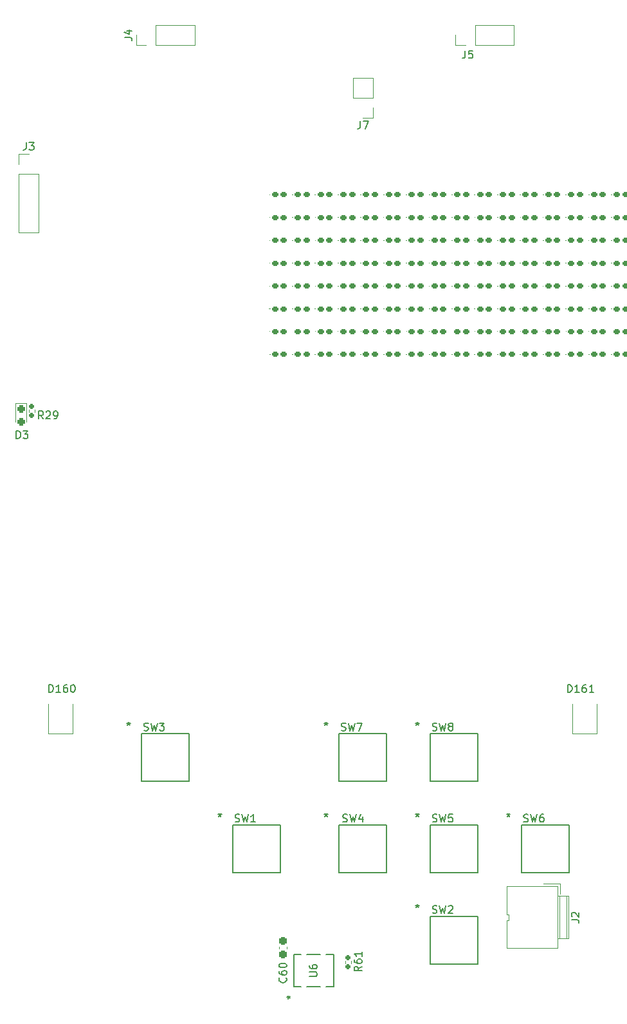
<source format=gbr>
%TF.GenerationSoftware,KiCad,Pcbnew,8.0.0*%
%TF.CreationDate,2024-05-06T00:15:53+08:00*%
%TF.ProjectId,pcb_badge,7063625f-6261-4646-9765-2e6b69636164,rev?*%
%TF.SameCoordinates,Original*%
%TF.FileFunction,Legend,Top*%
%TF.FilePolarity,Positive*%
%FSLAX46Y46*%
G04 Gerber Fmt 4.6, Leading zero omitted, Abs format (unit mm)*
G04 Created by KiCad (PCBNEW 8.0.0) date 2024-05-06 00:15:53*
%MOMM*%
%LPD*%
G01*
G04 APERTURE LIST*
G04 Aperture macros list*
%AMRoundRect*
0 Rectangle with rounded corners*
0 $1 Rounding radius*
0 $2 $3 $4 $5 $6 $7 $8 $9 X,Y pos of 4 corners*
0 Add a 4 corners polygon primitive as box body*
4,1,4,$2,$3,$4,$5,$6,$7,$8,$9,$2,$3,0*
0 Add four circle primitives for the rounded corners*
1,1,$1+$1,$2,$3*
1,1,$1+$1,$4,$5*
1,1,$1+$1,$6,$7*
1,1,$1+$1,$8,$9*
0 Add four rect primitives between the rounded corners*
20,1,$1+$1,$2,$3,$4,$5,0*
20,1,$1+$1,$4,$5,$6,$7,0*
20,1,$1+$1,$6,$7,$8,$9,0*
20,1,$1+$1,$8,$9,$2,$3,0*%
G04 Aperture macros list end*
%ADD10C,0.150000*%
%ADD11C,0.120000*%
%ADD12C,0.100000*%
%ADD13C,0.152400*%
%ADD14R,1.700000X1.700000*%
%ADD15O,1.700000X1.700000*%
%ADD16RoundRect,0.160000X-0.222500X-0.160000X0.222500X-0.160000X0.222500X0.160000X-0.222500X0.160000X0*%
%ADD17R,2.200000X2.500000*%
%ADD18R,2.200000X1.550000*%
%ADD19R,1.524000X0.762000*%
%ADD20R,0.700000X1.400000*%
%ADD21RoundRect,0.237500X-0.237500X0.300000X-0.237500X-0.300000X0.237500X-0.300000X0.237500X0.300000X0*%
%ADD22R,3.000000X3.000000*%
%ADD23C,3.000000*%
%ADD24RoundRect,0.237500X-0.237500X0.287500X-0.237500X-0.287500X0.237500X-0.287500X0.237500X0.287500X0*%
%ADD25RoundRect,0.160000X0.160000X-0.197500X0.160000X0.197500X-0.160000X0.197500X-0.160000X-0.197500X0*%
%ADD26RoundRect,0.160000X-0.160000X0.197500X-0.160000X-0.197500X0.160000X-0.197500X0.160000X0.197500X0*%
%ADD27C,0.750000*%
%ADD28O,2.000000X1.200000*%
%ADD29O,1.800000X1.200000*%
%ADD30O,2.344000X1.274000*%
%ADD31C,1.504000*%
G04 APERTURE END LIST*
D10*
X133466668Y-34054819D02*
X133466668Y-34769104D01*
X133466668Y-34769104D02*
X133419049Y-34911961D01*
X133419049Y-34911961D02*
X133323811Y-35007200D01*
X133323811Y-35007200D02*
X133180954Y-35054819D01*
X133180954Y-35054819D02*
X133085716Y-35054819D01*
X134419049Y-34054819D02*
X133942859Y-34054819D01*
X133942859Y-34054819D02*
X133895240Y-34531009D01*
X133895240Y-34531009D02*
X133942859Y-34483390D01*
X133942859Y-34483390D02*
X134038097Y-34435771D01*
X134038097Y-34435771D02*
X134276192Y-34435771D01*
X134276192Y-34435771D02*
X134371430Y-34483390D01*
X134371430Y-34483390D02*
X134419049Y-34531009D01*
X134419049Y-34531009D02*
X134466668Y-34626247D01*
X134466668Y-34626247D02*
X134466668Y-34864342D01*
X134466668Y-34864342D02*
X134419049Y-34959580D01*
X134419049Y-34959580D02*
X134371430Y-35007200D01*
X134371430Y-35007200D02*
X134276192Y-35054819D01*
X134276192Y-35054819D02*
X134038097Y-35054819D01*
X134038097Y-35054819D02*
X133942859Y-35007200D01*
X133942859Y-35007200D02*
X133895240Y-34959580D01*
X78659524Y-118404819D02*
X78659524Y-117404819D01*
X78659524Y-117404819D02*
X78897619Y-117404819D01*
X78897619Y-117404819D02*
X79040476Y-117452438D01*
X79040476Y-117452438D02*
X79135714Y-117547676D01*
X79135714Y-117547676D02*
X79183333Y-117642914D01*
X79183333Y-117642914D02*
X79230952Y-117833390D01*
X79230952Y-117833390D02*
X79230952Y-117976247D01*
X79230952Y-117976247D02*
X79183333Y-118166723D01*
X79183333Y-118166723D02*
X79135714Y-118261961D01*
X79135714Y-118261961D02*
X79040476Y-118357200D01*
X79040476Y-118357200D02*
X78897619Y-118404819D01*
X78897619Y-118404819D02*
X78659524Y-118404819D01*
X80183333Y-118404819D02*
X79611905Y-118404819D01*
X79897619Y-118404819D02*
X79897619Y-117404819D01*
X79897619Y-117404819D02*
X79802381Y-117547676D01*
X79802381Y-117547676D02*
X79707143Y-117642914D01*
X79707143Y-117642914D02*
X79611905Y-117690533D01*
X81040476Y-117404819D02*
X80850000Y-117404819D01*
X80850000Y-117404819D02*
X80754762Y-117452438D01*
X80754762Y-117452438D02*
X80707143Y-117500057D01*
X80707143Y-117500057D02*
X80611905Y-117642914D01*
X80611905Y-117642914D02*
X80564286Y-117833390D01*
X80564286Y-117833390D02*
X80564286Y-118214342D01*
X80564286Y-118214342D02*
X80611905Y-118309580D01*
X80611905Y-118309580D02*
X80659524Y-118357200D01*
X80659524Y-118357200D02*
X80754762Y-118404819D01*
X80754762Y-118404819D02*
X80945238Y-118404819D01*
X80945238Y-118404819D02*
X81040476Y-118357200D01*
X81040476Y-118357200D02*
X81088095Y-118309580D01*
X81088095Y-118309580D02*
X81135714Y-118214342D01*
X81135714Y-118214342D02*
X81135714Y-117976247D01*
X81135714Y-117976247D02*
X81088095Y-117881009D01*
X81088095Y-117881009D02*
X81040476Y-117833390D01*
X81040476Y-117833390D02*
X80945238Y-117785771D01*
X80945238Y-117785771D02*
X80754762Y-117785771D01*
X80754762Y-117785771D02*
X80659524Y-117833390D01*
X80659524Y-117833390D02*
X80611905Y-117881009D01*
X80611905Y-117881009D02*
X80564286Y-117976247D01*
X81754762Y-117404819D02*
X81850000Y-117404819D01*
X81850000Y-117404819D02*
X81945238Y-117452438D01*
X81945238Y-117452438D02*
X81992857Y-117500057D01*
X81992857Y-117500057D02*
X82040476Y-117595295D01*
X82040476Y-117595295D02*
X82088095Y-117785771D01*
X82088095Y-117785771D02*
X82088095Y-118023866D01*
X82088095Y-118023866D02*
X82040476Y-118214342D01*
X82040476Y-118214342D02*
X81992857Y-118309580D01*
X81992857Y-118309580D02*
X81945238Y-118357200D01*
X81945238Y-118357200D02*
X81850000Y-118404819D01*
X81850000Y-118404819D02*
X81754762Y-118404819D01*
X81754762Y-118404819D02*
X81659524Y-118357200D01*
X81659524Y-118357200D02*
X81611905Y-118309580D01*
X81611905Y-118309580D02*
X81564286Y-118214342D01*
X81564286Y-118214342D02*
X81516667Y-118023866D01*
X81516667Y-118023866D02*
X81516667Y-117785771D01*
X81516667Y-117785771D02*
X81564286Y-117595295D01*
X81564286Y-117595295D02*
X81611905Y-117500057D01*
X81611905Y-117500057D02*
X81659524Y-117452438D01*
X81659524Y-117452438D02*
X81754762Y-117404819D01*
X91166669Y-123407200D02*
X91309526Y-123454819D01*
X91309526Y-123454819D02*
X91547621Y-123454819D01*
X91547621Y-123454819D02*
X91642859Y-123407200D01*
X91642859Y-123407200D02*
X91690478Y-123359580D01*
X91690478Y-123359580D02*
X91738097Y-123264342D01*
X91738097Y-123264342D02*
X91738097Y-123169104D01*
X91738097Y-123169104D02*
X91690478Y-123073866D01*
X91690478Y-123073866D02*
X91642859Y-123026247D01*
X91642859Y-123026247D02*
X91547621Y-122978628D01*
X91547621Y-122978628D02*
X91357145Y-122931009D01*
X91357145Y-122931009D02*
X91261907Y-122883390D01*
X91261907Y-122883390D02*
X91214288Y-122835771D01*
X91214288Y-122835771D02*
X91166669Y-122740533D01*
X91166669Y-122740533D02*
X91166669Y-122645295D01*
X91166669Y-122645295D02*
X91214288Y-122550057D01*
X91214288Y-122550057D02*
X91261907Y-122502438D01*
X91261907Y-122502438D02*
X91357145Y-122454819D01*
X91357145Y-122454819D02*
X91595240Y-122454819D01*
X91595240Y-122454819D02*
X91738097Y-122502438D01*
X92071431Y-122454819D02*
X92309526Y-123454819D01*
X92309526Y-123454819D02*
X92500002Y-122740533D01*
X92500002Y-122740533D02*
X92690478Y-123454819D01*
X92690478Y-123454819D02*
X92928574Y-122454819D01*
X93214288Y-122454819D02*
X93833335Y-122454819D01*
X93833335Y-122454819D02*
X93500002Y-122835771D01*
X93500002Y-122835771D02*
X93642859Y-122835771D01*
X93642859Y-122835771D02*
X93738097Y-122883390D01*
X93738097Y-122883390D02*
X93785716Y-122931009D01*
X93785716Y-122931009D02*
X93833335Y-123026247D01*
X93833335Y-123026247D02*
X93833335Y-123264342D01*
X93833335Y-123264342D02*
X93785716Y-123359580D01*
X93785716Y-123359580D02*
X93738097Y-123407200D01*
X93738097Y-123407200D02*
X93642859Y-123454819D01*
X93642859Y-123454819D02*
X93357145Y-123454819D01*
X93357145Y-123454819D02*
X93261907Y-123407200D01*
X93261907Y-123407200D02*
X93214288Y-123359580D01*
X89148602Y-122299818D02*
X89148602Y-122537913D01*
X88910507Y-122442675D02*
X89148602Y-122537913D01*
X89148602Y-122537913D02*
X89386697Y-122442675D01*
X89005745Y-122728389D02*
X89148602Y-122537913D01*
X89148602Y-122537913D02*
X89291459Y-122728389D01*
X89148602Y-122299818D02*
X89148602Y-122537913D01*
X88910507Y-122442675D02*
X89148602Y-122537913D01*
X89148602Y-122537913D02*
X89386697Y-122442675D01*
X89005745Y-122728389D02*
X89148602Y-122537913D01*
X89148602Y-122537913D02*
X89291459Y-122728389D01*
X112954821Y-155761904D02*
X113764344Y-155761904D01*
X113764344Y-155761904D02*
X113859582Y-155714285D01*
X113859582Y-155714285D02*
X113907202Y-155666666D01*
X113907202Y-155666666D02*
X113954821Y-155571428D01*
X113954821Y-155571428D02*
X113954821Y-155380952D01*
X113954821Y-155380952D02*
X113907202Y-155285714D01*
X113907202Y-155285714D02*
X113859582Y-155238095D01*
X113859582Y-155238095D02*
X113764344Y-155190476D01*
X113764344Y-155190476D02*
X112954821Y-155190476D01*
X112954821Y-154285714D02*
X112954821Y-154476190D01*
X112954821Y-154476190D02*
X113002440Y-154571428D01*
X113002440Y-154571428D02*
X113050059Y-154619047D01*
X113050059Y-154619047D02*
X113192916Y-154714285D01*
X113192916Y-154714285D02*
X113383392Y-154761904D01*
X113383392Y-154761904D02*
X113764344Y-154761904D01*
X113764344Y-154761904D02*
X113859582Y-154714285D01*
X113859582Y-154714285D02*
X113907202Y-154666666D01*
X113907202Y-154666666D02*
X113954821Y-154571428D01*
X113954821Y-154571428D02*
X113954821Y-154380952D01*
X113954821Y-154380952D02*
X113907202Y-154285714D01*
X113907202Y-154285714D02*
X113859582Y-154238095D01*
X113859582Y-154238095D02*
X113764344Y-154190476D01*
X113764344Y-154190476D02*
X113526249Y-154190476D01*
X113526249Y-154190476D02*
X113431011Y-154238095D01*
X113431011Y-154238095D02*
X113383392Y-154285714D01*
X113383392Y-154285714D02*
X113335773Y-154380952D01*
X113335773Y-154380952D02*
X113335773Y-154571428D01*
X113335773Y-154571428D02*
X113383392Y-154666666D01*
X113383392Y-154666666D02*
X113431011Y-154714285D01*
X113431011Y-154714285D02*
X113526249Y-154761904D01*
X109983021Y-158499999D02*
X110221116Y-158499999D01*
X110125878Y-158738094D02*
X110221116Y-158499999D01*
X110221116Y-158499999D02*
X110125878Y-158261904D01*
X110411592Y-158642856D02*
X110221116Y-158499999D01*
X110221116Y-158499999D02*
X110411592Y-158357142D01*
X109983021Y-158499999D02*
X110221116Y-158499999D01*
X110125878Y-158738094D02*
X110221116Y-158499999D01*
X110221116Y-158499999D02*
X110125878Y-158261904D01*
X110411592Y-158642856D02*
X110221116Y-158499999D01*
X110221116Y-158499999D02*
X110411592Y-158357142D01*
X109859582Y-155942857D02*
X109907202Y-155990476D01*
X109907202Y-155990476D02*
X109954821Y-156133333D01*
X109954821Y-156133333D02*
X109954821Y-156228571D01*
X109954821Y-156228571D02*
X109907202Y-156371428D01*
X109907202Y-156371428D02*
X109811963Y-156466666D01*
X109811963Y-156466666D02*
X109716725Y-156514285D01*
X109716725Y-156514285D02*
X109526249Y-156561904D01*
X109526249Y-156561904D02*
X109383392Y-156561904D01*
X109383392Y-156561904D02*
X109192916Y-156514285D01*
X109192916Y-156514285D02*
X109097678Y-156466666D01*
X109097678Y-156466666D02*
X109002440Y-156371428D01*
X109002440Y-156371428D02*
X108954821Y-156228571D01*
X108954821Y-156228571D02*
X108954821Y-156133333D01*
X108954821Y-156133333D02*
X109002440Y-155990476D01*
X109002440Y-155990476D02*
X109050059Y-155942857D01*
X108954821Y-155085714D02*
X108954821Y-155276190D01*
X108954821Y-155276190D02*
X109002440Y-155371428D01*
X109002440Y-155371428D02*
X109050059Y-155419047D01*
X109050059Y-155419047D02*
X109192916Y-155514285D01*
X109192916Y-155514285D02*
X109383392Y-155561904D01*
X109383392Y-155561904D02*
X109764344Y-155561904D01*
X109764344Y-155561904D02*
X109859582Y-155514285D01*
X109859582Y-155514285D02*
X109907202Y-155466666D01*
X109907202Y-155466666D02*
X109954821Y-155371428D01*
X109954821Y-155371428D02*
X109954821Y-155180952D01*
X109954821Y-155180952D02*
X109907202Y-155085714D01*
X109907202Y-155085714D02*
X109859582Y-155038095D01*
X109859582Y-155038095D02*
X109764344Y-154990476D01*
X109764344Y-154990476D02*
X109526249Y-154990476D01*
X109526249Y-154990476D02*
X109431011Y-155038095D01*
X109431011Y-155038095D02*
X109383392Y-155085714D01*
X109383392Y-155085714D02*
X109335773Y-155180952D01*
X109335773Y-155180952D02*
X109335773Y-155371428D01*
X109335773Y-155371428D02*
X109383392Y-155466666D01*
X109383392Y-155466666D02*
X109431011Y-155514285D01*
X109431011Y-155514285D02*
X109526249Y-155561904D01*
X108954821Y-154371428D02*
X108954821Y-154276190D01*
X108954821Y-154276190D02*
X109002440Y-154180952D01*
X109002440Y-154180952D02*
X109050059Y-154133333D01*
X109050059Y-154133333D02*
X109145297Y-154085714D01*
X109145297Y-154085714D02*
X109335773Y-154038095D01*
X109335773Y-154038095D02*
X109573868Y-154038095D01*
X109573868Y-154038095D02*
X109764344Y-154085714D01*
X109764344Y-154085714D02*
X109859582Y-154133333D01*
X109859582Y-154133333D02*
X109907202Y-154180952D01*
X109907202Y-154180952D02*
X109954821Y-154276190D01*
X109954821Y-154276190D02*
X109954821Y-154371428D01*
X109954821Y-154371428D02*
X109907202Y-154466666D01*
X109907202Y-154466666D02*
X109859582Y-154514285D01*
X109859582Y-154514285D02*
X109764344Y-154561904D01*
X109764344Y-154561904D02*
X109573868Y-154609523D01*
X109573868Y-154609523D02*
X109335773Y-154609523D01*
X109335773Y-154609523D02*
X109145297Y-154561904D01*
X109145297Y-154561904D02*
X109050059Y-154514285D01*
X109050059Y-154514285D02*
X109002440Y-154466666D01*
X109002440Y-154466666D02*
X108954821Y-154371428D01*
X119666668Y-43334819D02*
X119666668Y-44049104D01*
X119666668Y-44049104D02*
X119619049Y-44191961D01*
X119619049Y-44191961D02*
X119523811Y-44287200D01*
X119523811Y-44287200D02*
X119380954Y-44334819D01*
X119380954Y-44334819D02*
X119285716Y-44334819D01*
X120047621Y-43334819D02*
X120714287Y-43334819D01*
X120714287Y-43334819D02*
X120285716Y-44334819D01*
X147454821Y-148333333D02*
X148169106Y-148333333D01*
X148169106Y-148333333D02*
X148311963Y-148380952D01*
X148311963Y-148380952D02*
X148407202Y-148476190D01*
X148407202Y-148476190D02*
X148454821Y-148619047D01*
X148454821Y-148619047D02*
X148454821Y-148714285D01*
X147550059Y-147904761D02*
X147502440Y-147857142D01*
X147502440Y-147857142D02*
X147454821Y-147761904D01*
X147454821Y-147761904D02*
X147454821Y-147523809D01*
X147454821Y-147523809D02*
X147502440Y-147428571D01*
X147502440Y-147428571D02*
X147550059Y-147380952D01*
X147550059Y-147380952D02*
X147645297Y-147333333D01*
X147645297Y-147333333D02*
X147740535Y-147333333D01*
X147740535Y-147333333D02*
X147883392Y-147380952D01*
X147883392Y-147380952D02*
X148454821Y-147952380D01*
X148454821Y-147952380D02*
X148454821Y-147333333D01*
X74361907Y-85054819D02*
X74361907Y-84054819D01*
X74361907Y-84054819D02*
X74600002Y-84054819D01*
X74600002Y-84054819D02*
X74742859Y-84102438D01*
X74742859Y-84102438D02*
X74838097Y-84197676D01*
X74838097Y-84197676D02*
X74885716Y-84292914D01*
X74885716Y-84292914D02*
X74933335Y-84483390D01*
X74933335Y-84483390D02*
X74933335Y-84626247D01*
X74933335Y-84626247D02*
X74885716Y-84816723D01*
X74885716Y-84816723D02*
X74838097Y-84911961D01*
X74838097Y-84911961D02*
X74742859Y-85007200D01*
X74742859Y-85007200D02*
X74600002Y-85054819D01*
X74600002Y-85054819D02*
X74361907Y-85054819D01*
X75266669Y-84054819D02*
X75885716Y-84054819D01*
X75885716Y-84054819D02*
X75552383Y-84435771D01*
X75552383Y-84435771D02*
X75695240Y-84435771D01*
X75695240Y-84435771D02*
X75790478Y-84483390D01*
X75790478Y-84483390D02*
X75838097Y-84531009D01*
X75838097Y-84531009D02*
X75885716Y-84626247D01*
X75885716Y-84626247D02*
X75885716Y-84864342D01*
X75885716Y-84864342D02*
X75838097Y-84959580D01*
X75838097Y-84959580D02*
X75790478Y-85007200D01*
X75790478Y-85007200D02*
X75695240Y-85054819D01*
X75695240Y-85054819D02*
X75409526Y-85054819D01*
X75409526Y-85054819D02*
X75314288Y-85007200D01*
X75314288Y-85007200D02*
X75266669Y-84959580D01*
X141166669Y-135407200D02*
X141309526Y-135454819D01*
X141309526Y-135454819D02*
X141547621Y-135454819D01*
X141547621Y-135454819D02*
X141642859Y-135407200D01*
X141642859Y-135407200D02*
X141690478Y-135359580D01*
X141690478Y-135359580D02*
X141738097Y-135264342D01*
X141738097Y-135264342D02*
X141738097Y-135169104D01*
X141738097Y-135169104D02*
X141690478Y-135073866D01*
X141690478Y-135073866D02*
X141642859Y-135026247D01*
X141642859Y-135026247D02*
X141547621Y-134978628D01*
X141547621Y-134978628D02*
X141357145Y-134931009D01*
X141357145Y-134931009D02*
X141261907Y-134883390D01*
X141261907Y-134883390D02*
X141214288Y-134835771D01*
X141214288Y-134835771D02*
X141166669Y-134740533D01*
X141166669Y-134740533D02*
X141166669Y-134645295D01*
X141166669Y-134645295D02*
X141214288Y-134550057D01*
X141214288Y-134550057D02*
X141261907Y-134502438D01*
X141261907Y-134502438D02*
X141357145Y-134454819D01*
X141357145Y-134454819D02*
X141595240Y-134454819D01*
X141595240Y-134454819D02*
X141738097Y-134502438D01*
X142071431Y-134454819D02*
X142309526Y-135454819D01*
X142309526Y-135454819D02*
X142500002Y-134740533D01*
X142500002Y-134740533D02*
X142690478Y-135454819D01*
X142690478Y-135454819D02*
X142928574Y-134454819D01*
X143738097Y-134454819D02*
X143547621Y-134454819D01*
X143547621Y-134454819D02*
X143452383Y-134502438D01*
X143452383Y-134502438D02*
X143404764Y-134550057D01*
X143404764Y-134550057D02*
X143309526Y-134692914D01*
X143309526Y-134692914D02*
X143261907Y-134883390D01*
X143261907Y-134883390D02*
X143261907Y-135264342D01*
X143261907Y-135264342D02*
X143309526Y-135359580D01*
X143309526Y-135359580D02*
X143357145Y-135407200D01*
X143357145Y-135407200D02*
X143452383Y-135454819D01*
X143452383Y-135454819D02*
X143642859Y-135454819D01*
X143642859Y-135454819D02*
X143738097Y-135407200D01*
X143738097Y-135407200D02*
X143785716Y-135359580D01*
X143785716Y-135359580D02*
X143833335Y-135264342D01*
X143833335Y-135264342D02*
X143833335Y-135026247D01*
X143833335Y-135026247D02*
X143785716Y-134931009D01*
X143785716Y-134931009D02*
X143738097Y-134883390D01*
X143738097Y-134883390D02*
X143642859Y-134835771D01*
X143642859Y-134835771D02*
X143452383Y-134835771D01*
X143452383Y-134835771D02*
X143357145Y-134883390D01*
X143357145Y-134883390D02*
X143309526Y-134931009D01*
X143309526Y-134931009D02*
X143261907Y-135026247D01*
X139148602Y-134299818D02*
X139148602Y-134537913D01*
X138910507Y-134442675D02*
X139148602Y-134537913D01*
X139148602Y-134537913D02*
X139386697Y-134442675D01*
X139005745Y-134728389D02*
X139148602Y-134537913D01*
X139148602Y-134537913D02*
X139291459Y-134728389D01*
X139148602Y-134299818D02*
X139148602Y-134537913D01*
X138910507Y-134442675D02*
X139148602Y-134537913D01*
X139148602Y-134537913D02*
X139386697Y-134442675D01*
X139005745Y-134728389D02*
X139148602Y-134537913D01*
X139148602Y-134537913D02*
X139291459Y-134728389D01*
X103166669Y-135407200D02*
X103309526Y-135454819D01*
X103309526Y-135454819D02*
X103547621Y-135454819D01*
X103547621Y-135454819D02*
X103642859Y-135407200D01*
X103642859Y-135407200D02*
X103690478Y-135359580D01*
X103690478Y-135359580D02*
X103738097Y-135264342D01*
X103738097Y-135264342D02*
X103738097Y-135169104D01*
X103738097Y-135169104D02*
X103690478Y-135073866D01*
X103690478Y-135073866D02*
X103642859Y-135026247D01*
X103642859Y-135026247D02*
X103547621Y-134978628D01*
X103547621Y-134978628D02*
X103357145Y-134931009D01*
X103357145Y-134931009D02*
X103261907Y-134883390D01*
X103261907Y-134883390D02*
X103214288Y-134835771D01*
X103214288Y-134835771D02*
X103166669Y-134740533D01*
X103166669Y-134740533D02*
X103166669Y-134645295D01*
X103166669Y-134645295D02*
X103214288Y-134550057D01*
X103214288Y-134550057D02*
X103261907Y-134502438D01*
X103261907Y-134502438D02*
X103357145Y-134454819D01*
X103357145Y-134454819D02*
X103595240Y-134454819D01*
X103595240Y-134454819D02*
X103738097Y-134502438D01*
X104071431Y-134454819D02*
X104309526Y-135454819D01*
X104309526Y-135454819D02*
X104500002Y-134740533D01*
X104500002Y-134740533D02*
X104690478Y-135454819D01*
X104690478Y-135454819D02*
X104928574Y-134454819D01*
X105833335Y-135454819D02*
X105261907Y-135454819D01*
X105547621Y-135454819D02*
X105547621Y-134454819D01*
X105547621Y-134454819D02*
X105452383Y-134597676D01*
X105452383Y-134597676D02*
X105357145Y-134692914D01*
X105357145Y-134692914D02*
X105261907Y-134740533D01*
X101148602Y-134299818D02*
X101148602Y-134537913D01*
X100910507Y-134442675D02*
X101148602Y-134537913D01*
X101148602Y-134537913D02*
X101386697Y-134442675D01*
X101005745Y-134728389D02*
X101148602Y-134537913D01*
X101148602Y-134537913D02*
X101291459Y-134728389D01*
X101148602Y-134299818D02*
X101148602Y-134537913D01*
X100910507Y-134442675D02*
X101148602Y-134537913D01*
X101148602Y-134537913D02*
X101386697Y-134442675D01*
X101005745Y-134728389D02*
X101148602Y-134537913D01*
X101148602Y-134537913D02*
X101291459Y-134728389D01*
X129166669Y-147407200D02*
X129309526Y-147454819D01*
X129309526Y-147454819D02*
X129547621Y-147454819D01*
X129547621Y-147454819D02*
X129642859Y-147407200D01*
X129642859Y-147407200D02*
X129690478Y-147359580D01*
X129690478Y-147359580D02*
X129738097Y-147264342D01*
X129738097Y-147264342D02*
X129738097Y-147169104D01*
X129738097Y-147169104D02*
X129690478Y-147073866D01*
X129690478Y-147073866D02*
X129642859Y-147026247D01*
X129642859Y-147026247D02*
X129547621Y-146978628D01*
X129547621Y-146978628D02*
X129357145Y-146931009D01*
X129357145Y-146931009D02*
X129261907Y-146883390D01*
X129261907Y-146883390D02*
X129214288Y-146835771D01*
X129214288Y-146835771D02*
X129166669Y-146740533D01*
X129166669Y-146740533D02*
X129166669Y-146645295D01*
X129166669Y-146645295D02*
X129214288Y-146550057D01*
X129214288Y-146550057D02*
X129261907Y-146502438D01*
X129261907Y-146502438D02*
X129357145Y-146454819D01*
X129357145Y-146454819D02*
X129595240Y-146454819D01*
X129595240Y-146454819D02*
X129738097Y-146502438D01*
X130071431Y-146454819D02*
X130309526Y-147454819D01*
X130309526Y-147454819D02*
X130500002Y-146740533D01*
X130500002Y-146740533D02*
X130690478Y-147454819D01*
X130690478Y-147454819D02*
X130928574Y-146454819D01*
X131261907Y-146550057D02*
X131309526Y-146502438D01*
X131309526Y-146502438D02*
X131404764Y-146454819D01*
X131404764Y-146454819D02*
X131642859Y-146454819D01*
X131642859Y-146454819D02*
X131738097Y-146502438D01*
X131738097Y-146502438D02*
X131785716Y-146550057D01*
X131785716Y-146550057D02*
X131833335Y-146645295D01*
X131833335Y-146645295D02*
X131833335Y-146740533D01*
X131833335Y-146740533D02*
X131785716Y-146883390D01*
X131785716Y-146883390D02*
X131214288Y-147454819D01*
X131214288Y-147454819D02*
X131833335Y-147454819D01*
X127148602Y-146299818D02*
X127148602Y-146537913D01*
X126910507Y-146442675D02*
X127148602Y-146537913D01*
X127148602Y-146537913D02*
X127386697Y-146442675D01*
X127005745Y-146728389D02*
X127148602Y-146537913D01*
X127148602Y-146537913D02*
X127291459Y-146728389D01*
X127148602Y-146299818D02*
X127148602Y-146537913D01*
X126910507Y-146442675D02*
X127148602Y-146537913D01*
X127148602Y-146537913D02*
X127386697Y-146442675D01*
X127005745Y-146728389D02*
X127148602Y-146537913D01*
X127148602Y-146537913D02*
X127291459Y-146728389D01*
X146959527Y-118404818D02*
X146959527Y-117404818D01*
X146959527Y-117404818D02*
X147197622Y-117404818D01*
X147197622Y-117404818D02*
X147340479Y-117452437D01*
X147340479Y-117452437D02*
X147435717Y-117547675D01*
X147435717Y-117547675D02*
X147483336Y-117642913D01*
X147483336Y-117642913D02*
X147530955Y-117833389D01*
X147530955Y-117833389D02*
X147530955Y-117976246D01*
X147530955Y-117976246D02*
X147483336Y-118166722D01*
X147483336Y-118166722D02*
X147435717Y-118261960D01*
X147435717Y-118261960D02*
X147340479Y-118357199D01*
X147340479Y-118357199D02*
X147197622Y-118404818D01*
X147197622Y-118404818D02*
X146959527Y-118404818D01*
X148483336Y-118404818D02*
X147911908Y-118404818D01*
X148197622Y-118404818D02*
X148197622Y-117404818D01*
X148197622Y-117404818D02*
X148102384Y-117547675D01*
X148102384Y-117547675D02*
X148007146Y-117642913D01*
X148007146Y-117642913D02*
X147911908Y-117690532D01*
X149340479Y-117404818D02*
X149150003Y-117404818D01*
X149150003Y-117404818D02*
X149054765Y-117452437D01*
X149054765Y-117452437D02*
X149007146Y-117500056D01*
X149007146Y-117500056D02*
X148911908Y-117642913D01*
X148911908Y-117642913D02*
X148864289Y-117833389D01*
X148864289Y-117833389D02*
X148864289Y-118214341D01*
X148864289Y-118214341D02*
X148911908Y-118309579D01*
X148911908Y-118309579D02*
X148959527Y-118357199D01*
X148959527Y-118357199D02*
X149054765Y-118404818D01*
X149054765Y-118404818D02*
X149245241Y-118404818D01*
X149245241Y-118404818D02*
X149340479Y-118357199D01*
X149340479Y-118357199D02*
X149388098Y-118309579D01*
X149388098Y-118309579D02*
X149435717Y-118214341D01*
X149435717Y-118214341D02*
X149435717Y-117976246D01*
X149435717Y-117976246D02*
X149388098Y-117881008D01*
X149388098Y-117881008D02*
X149340479Y-117833389D01*
X149340479Y-117833389D02*
X149245241Y-117785770D01*
X149245241Y-117785770D02*
X149054765Y-117785770D01*
X149054765Y-117785770D02*
X148959527Y-117833389D01*
X148959527Y-117833389D02*
X148911908Y-117881008D01*
X148911908Y-117881008D02*
X148864289Y-117976246D01*
X150388098Y-118404818D02*
X149816670Y-118404818D01*
X150102384Y-118404818D02*
X150102384Y-117404818D01*
X150102384Y-117404818D02*
X150007146Y-117547675D01*
X150007146Y-117547675D02*
X149911908Y-117642913D01*
X149911908Y-117642913D02*
X149816670Y-117690532D01*
X88599821Y-32333333D02*
X89314106Y-32333333D01*
X89314106Y-32333333D02*
X89456963Y-32380952D01*
X89456963Y-32380952D02*
X89552202Y-32476190D01*
X89552202Y-32476190D02*
X89599821Y-32619047D01*
X89599821Y-32619047D02*
X89599821Y-32714285D01*
X88933154Y-31428571D02*
X89599821Y-31428571D01*
X88552202Y-31666666D02*
X89266487Y-31904761D01*
X89266487Y-31904761D02*
X89266487Y-31285714D01*
X129166669Y-123407200D02*
X129309526Y-123454819D01*
X129309526Y-123454819D02*
X129547621Y-123454819D01*
X129547621Y-123454819D02*
X129642859Y-123407200D01*
X129642859Y-123407200D02*
X129690478Y-123359580D01*
X129690478Y-123359580D02*
X129738097Y-123264342D01*
X129738097Y-123264342D02*
X129738097Y-123169104D01*
X129738097Y-123169104D02*
X129690478Y-123073866D01*
X129690478Y-123073866D02*
X129642859Y-123026247D01*
X129642859Y-123026247D02*
X129547621Y-122978628D01*
X129547621Y-122978628D02*
X129357145Y-122931009D01*
X129357145Y-122931009D02*
X129261907Y-122883390D01*
X129261907Y-122883390D02*
X129214288Y-122835771D01*
X129214288Y-122835771D02*
X129166669Y-122740533D01*
X129166669Y-122740533D02*
X129166669Y-122645295D01*
X129166669Y-122645295D02*
X129214288Y-122550057D01*
X129214288Y-122550057D02*
X129261907Y-122502438D01*
X129261907Y-122502438D02*
X129357145Y-122454819D01*
X129357145Y-122454819D02*
X129595240Y-122454819D01*
X129595240Y-122454819D02*
X129738097Y-122502438D01*
X130071431Y-122454819D02*
X130309526Y-123454819D01*
X130309526Y-123454819D02*
X130500002Y-122740533D01*
X130500002Y-122740533D02*
X130690478Y-123454819D01*
X130690478Y-123454819D02*
X130928574Y-122454819D01*
X131452383Y-122883390D02*
X131357145Y-122835771D01*
X131357145Y-122835771D02*
X131309526Y-122788152D01*
X131309526Y-122788152D02*
X131261907Y-122692914D01*
X131261907Y-122692914D02*
X131261907Y-122645295D01*
X131261907Y-122645295D02*
X131309526Y-122550057D01*
X131309526Y-122550057D02*
X131357145Y-122502438D01*
X131357145Y-122502438D02*
X131452383Y-122454819D01*
X131452383Y-122454819D02*
X131642859Y-122454819D01*
X131642859Y-122454819D02*
X131738097Y-122502438D01*
X131738097Y-122502438D02*
X131785716Y-122550057D01*
X131785716Y-122550057D02*
X131833335Y-122645295D01*
X131833335Y-122645295D02*
X131833335Y-122692914D01*
X131833335Y-122692914D02*
X131785716Y-122788152D01*
X131785716Y-122788152D02*
X131738097Y-122835771D01*
X131738097Y-122835771D02*
X131642859Y-122883390D01*
X131642859Y-122883390D02*
X131452383Y-122883390D01*
X131452383Y-122883390D02*
X131357145Y-122931009D01*
X131357145Y-122931009D02*
X131309526Y-122978628D01*
X131309526Y-122978628D02*
X131261907Y-123073866D01*
X131261907Y-123073866D02*
X131261907Y-123264342D01*
X131261907Y-123264342D02*
X131309526Y-123359580D01*
X131309526Y-123359580D02*
X131357145Y-123407200D01*
X131357145Y-123407200D02*
X131452383Y-123454819D01*
X131452383Y-123454819D02*
X131642859Y-123454819D01*
X131642859Y-123454819D02*
X131738097Y-123407200D01*
X131738097Y-123407200D02*
X131785716Y-123359580D01*
X131785716Y-123359580D02*
X131833335Y-123264342D01*
X131833335Y-123264342D02*
X131833335Y-123073866D01*
X131833335Y-123073866D02*
X131785716Y-122978628D01*
X131785716Y-122978628D02*
X131738097Y-122931009D01*
X131738097Y-122931009D02*
X131642859Y-122883390D01*
X127148602Y-122299818D02*
X127148602Y-122537913D01*
X126910507Y-122442675D02*
X127148602Y-122537913D01*
X127148602Y-122537913D02*
X127386697Y-122442675D01*
X127005745Y-122728389D02*
X127148602Y-122537913D01*
X127148602Y-122537913D02*
X127291459Y-122728389D01*
X127148602Y-122299818D02*
X127148602Y-122537913D01*
X126910507Y-122442675D02*
X127148602Y-122537913D01*
X127148602Y-122537913D02*
X127386697Y-122442675D01*
X127005745Y-122728389D02*
X127148602Y-122537913D01*
X127148602Y-122537913D02*
X127291459Y-122728389D01*
X129166669Y-135407200D02*
X129309526Y-135454819D01*
X129309526Y-135454819D02*
X129547621Y-135454819D01*
X129547621Y-135454819D02*
X129642859Y-135407200D01*
X129642859Y-135407200D02*
X129690478Y-135359580D01*
X129690478Y-135359580D02*
X129738097Y-135264342D01*
X129738097Y-135264342D02*
X129738097Y-135169104D01*
X129738097Y-135169104D02*
X129690478Y-135073866D01*
X129690478Y-135073866D02*
X129642859Y-135026247D01*
X129642859Y-135026247D02*
X129547621Y-134978628D01*
X129547621Y-134978628D02*
X129357145Y-134931009D01*
X129357145Y-134931009D02*
X129261907Y-134883390D01*
X129261907Y-134883390D02*
X129214288Y-134835771D01*
X129214288Y-134835771D02*
X129166669Y-134740533D01*
X129166669Y-134740533D02*
X129166669Y-134645295D01*
X129166669Y-134645295D02*
X129214288Y-134550057D01*
X129214288Y-134550057D02*
X129261907Y-134502438D01*
X129261907Y-134502438D02*
X129357145Y-134454819D01*
X129357145Y-134454819D02*
X129595240Y-134454819D01*
X129595240Y-134454819D02*
X129738097Y-134502438D01*
X130071431Y-134454819D02*
X130309526Y-135454819D01*
X130309526Y-135454819D02*
X130500002Y-134740533D01*
X130500002Y-134740533D02*
X130690478Y-135454819D01*
X130690478Y-135454819D02*
X130928574Y-134454819D01*
X131785716Y-134454819D02*
X131309526Y-134454819D01*
X131309526Y-134454819D02*
X131261907Y-134931009D01*
X131261907Y-134931009D02*
X131309526Y-134883390D01*
X131309526Y-134883390D02*
X131404764Y-134835771D01*
X131404764Y-134835771D02*
X131642859Y-134835771D01*
X131642859Y-134835771D02*
X131738097Y-134883390D01*
X131738097Y-134883390D02*
X131785716Y-134931009D01*
X131785716Y-134931009D02*
X131833335Y-135026247D01*
X131833335Y-135026247D02*
X131833335Y-135264342D01*
X131833335Y-135264342D02*
X131785716Y-135359580D01*
X131785716Y-135359580D02*
X131738097Y-135407200D01*
X131738097Y-135407200D02*
X131642859Y-135454819D01*
X131642859Y-135454819D02*
X131404764Y-135454819D01*
X131404764Y-135454819D02*
X131309526Y-135407200D01*
X131309526Y-135407200D02*
X131261907Y-135359580D01*
X127148602Y-134299818D02*
X127148602Y-134537913D01*
X126910507Y-134442675D02*
X127148602Y-134537913D01*
X127148602Y-134537913D02*
X127386697Y-134442675D01*
X127005745Y-134728389D02*
X127148602Y-134537913D01*
X127148602Y-134537913D02*
X127291459Y-134728389D01*
X127148602Y-134299818D02*
X127148602Y-134537913D01*
X126910507Y-134442675D02*
X127148602Y-134537913D01*
X127148602Y-134537913D02*
X127386697Y-134442675D01*
X127005745Y-134728389D02*
X127148602Y-134537913D01*
X127148602Y-134537913D02*
X127291459Y-134728389D01*
X117361469Y-135407200D02*
X117504326Y-135454819D01*
X117504326Y-135454819D02*
X117742421Y-135454819D01*
X117742421Y-135454819D02*
X117837659Y-135407200D01*
X117837659Y-135407200D02*
X117885278Y-135359580D01*
X117885278Y-135359580D02*
X117932897Y-135264342D01*
X117932897Y-135264342D02*
X117932897Y-135169104D01*
X117932897Y-135169104D02*
X117885278Y-135073866D01*
X117885278Y-135073866D02*
X117837659Y-135026247D01*
X117837659Y-135026247D02*
X117742421Y-134978628D01*
X117742421Y-134978628D02*
X117551945Y-134931009D01*
X117551945Y-134931009D02*
X117456707Y-134883390D01*
X117456707Y-134883390D02*
X117409088Y-134835771D01*
X117409088Y-134835771D02*
X117361469Y-134740533D01*
X117361469Y-134740533D02*
X117361469Y-134645295D01*
X117361469Y-134645295D02*
X117409088Y-134550057D01*
X117409088Y-134550057D02*
X117456707Y-134502438D01*
X117456707Y-134502438D02*
X117551945Y-134454819D01*
X117551945Y-134454819D02*
X117790040Y-134454819D01*
X117790040Y-134454819D02*
X117932897Y-134502438D01*
X118266231Y-134454819D02*
X118504326Y-135454819D01*
X118504326Y-135454819D02*
X118694802Y-134740533D01*
X118694802Y-134740533D02*
X118885278Y-135454819D01*
X118885278Y-135454819D02*
X119123374Y-134454819D01*
X119932897Y-134788152D02*
X119932897Y-135454819D01*
X119694802Y-134407200D02*
X119456707Y-135121485D01*
X119456707Y-135121485D02*
X120075754Y-135121485D01*
X115148602Y-134299818D02*
X115148602Y-134537913D01*
X114910507Y-134442675D02*
X115148602Y-134537913D01*
X115148602Y-134537913D02*
X115386697Y-134442675D01*
X115005745Y-134728389D02*
X115148602Y-134537913D01*
X115148602Y-134537913D02*
X115291459Y-134728389D01*
X115148602Y-134299818D02*
X115148602Y-134537913D01*
X114910507Y-134442675D02*
X115148602Y-134537913D01*
X115148602Y-134537913D02*
X115386697Y-134442675D01*
X115005745Y-134728389D02*
X115148602Y-134537913D01*
X115148602Y-134537913D02*
X115291459Y-134728389D01*
X119854821Y-154442857D02*
X119378630Y-154776190D01*
X119854821Y-155014285D02*
X118854821Y-155014285D01*
X118854821Y-155014285D02*
X118854821Y-154633333D01*
X118854821Y-154633333D02*
X118902440Y-154538095D01*
X118902440Y-154538095D02*
X118950059Y-154490476D01*
X118950059Y-154490476D02*
X119045297Y-154442857D01*
X119045297Y-154442857D02*
X119188154Y-154442857D01*
X119188154Y-154442857D02*
X119283392Y-154490476D01*
X119283392Y-154490476D02*
X119331011Y-154538095D01*
X119331011Y-154538095D02*
X119378630Y-154633333D01*
X119378630Y-154633333D02*
X119378630Y-155014285D01*
X118854821Y-153585714D02*
X118854821Y-153776190D01*
X118854821Y-153776190D02*
X118902440Y-153871428D01*
X118902440Y-153871428D02*
X118950059Y-153919047D01*
X118950059Y-153919047D02*
X119092916Y-154014285D01*
X119092916Y-154014285D02*
X119283392Y-154061904D01*
X119283392Y-154061904D02*
X119664344Y-154061904D01*
X119664344Y-154061904D02*
X119759582Y-154014285D01*
X119759582Y-154014285D02*
X119807202Y-153966666D01*
X119807202Y-153966666D02*
X119854821Y-153871428D01*
X119854821Y-153871428D02*
X119854821Y-153680952D01*
X119854821Y-153680952D02*
X119807202Y-153585714D01*
X119807202Y-153585714D02*
X119759582Y-153538095D01*
X119759582Y-153538095D02*
X119664344Y-153490476D01*
X119664344Y-153490476D02*
X119426249Y-153490476D01*
X119426249Y-153490476D02*
X119331011Y-153538095D01*
X119331011Y-153538095D02*
X119283392Y-153585714D01*
X119283392Y-153585714D02*
X119235773Y-153680952D01*
X119235773Y-153680952D02*
X119235773Y-153871428D01*
X119235773Y-153871428D02*
X119283392Y-153966666D01*
X119283392Y-153966666D02*
X119331011Y-154014285D01*
X119331011Y-154014285D02*
X119426249Y-154061904D01*
X119854821Y-152538095D02*
X119854821Y-153109523D01*
X119854821Y-152823809D02*
X118854821Y-152823809D01*
X118854821Y-152823809D02*
X118997678Y-152919047D01*
X118997678Y-152919047D02*
X119092916Y-153014285D01*
X119092916Y-153014285D02*
X119140535Y-153109523D01*
X75666668Y-46124819D02*
X75666668Y-46839104D01*
X75666668Y-46839104D02*
X75619049Y-46981961D01*
X75619049Y-46981961D02*
X75523811Y-47077200D01*
X75523811Y-47077200D02*
X75380954Y-47124819D01*
X75380954Y-47124819D02*
X75285716Y-47124819D01*
X76047621Y-46124819D02*
X76666668Y-46124819D01*
X76666668Y-46124819D02*
X76333335Y-46505771D01*
X76333335Y-46505771D02*
X76476192Y-46505771D01*
X76476192Y-46505771D02*
X76571430Y-46553390D01*
X76571430Y-46553390D02*
X76619049Y-46601009D01*
X76619049Y-46601009D02*
X76666668Y-46696247D01*
X76666668Y-46696247D02*
X76666668Y-46934342D01*
X76666668Y-46934342D02*
X76619049Y-47029580D01*
X76619049Y-47029580D02*
X76571430Y-47077200D01*
X76571430Y-47077200D02*
X76476192Y-47124819D01*
X76476192Y-47124819D02*
X76190478Y-47124819D01*
X76190478Y-47124819D02*
X76095240Y-47077200D01*
X76095240Y-47077200D02*
X76047621Y-47029580D01*
X77907144Y-82454819D02*
X77573811Y-81978628D01*
X77335716Y-82454819D02*
X77335716Y-81454819D01*
X77335716Y-81454819D02*
X77716668Y-81454819D01*
X77716668Y-81454819D02*
X77811906Y-81502438D01*
X77811906Y-81502438D02*
X77859525Y-81550057D01*
X77859525Y-81550057D02*
X77907144Y-81645295D01*
X77907144Y-81645295D02*
X77907144Y-81788152D01*
X77907144Y-81788152D02*
X77859525Y-81883390D01*
X77859525Y-81883390D02*
X77811906Y-81931009D01*
X77811906Y-81931009D02*
X77716668Y-81978628D01*
X77716668Y-81978628D02*
X77335716Y-81978628D01*
X78288097Y-81550057D02*
X78335716Y-81502438D01*
X78335716Y-81502438D02*
X78430954Y-81454819D01*
X78430954Y-81454819D02*
X78669049Y-81454819D01*
X78669049Y-81454819D02*
X78764287Y-81502438D01*
X78764287Y-81502438D02*
X78811906Y-81550057D01*
X78811906Y-81550057D02*
X78859525Y-81645295D01*
X78859525Y-81645295D02*
X78859525Y-81740533D01*
X78859525Y-81740533D02*
X78811906Y-81883390D01*
X78811906Y-81883390D02*
X78240478Y-82454819D01*
X78240478Y-82454819D02*
X78859525Y-82454819D01*
X79335716Y-82454819D02*
X79526192Y-82454819D01*
X79526192Y-82454819D02*
X79621430Y-82407200D01*
X79621430Y-82407200D02*
X79669049Y-82359580D01*
X79669049Y-82359580D02*
X79764287Y-82216723D01*
X79764287Y-82216723D02*
X79811906Y-82026247D01*
X79811906Y-82026247D02*
X79811906Y-81645295D01*
X79811906Y-81645295D02*
X79764287Y-81550057D01*
X79764287Y-81550057D02*
X79716668Y-81502438D01*
X79716668Y-81502438D02*
X79621430Y-81454819D01*
X79621430Y-81454819D02*
X79430954Y-81454819D01*
X79430954Y-81454819D02*
X79335716Y-81502438D01*
X79335716Y-81502438D02*
X79288097Y-81550057D01*
X79288097Y-81550057D02*
X79240478Y-81645295D01*
X79240478Y-81645295D02*
X79240478Y-81883390D01*
X79240478Y-81883390D02*
X79288097Y-81978628D01*
X79288097Y-81978628D02*
X79335716Y-82026247D01*
X79335716Y-82026247D02*
X79430954Y-82073866D01*
X79430954Y-82073866D02*
X79621430Y-82073866D01*
X79621430Y-82073866D02*
X79716668Y-82026247D01*
X79716668Y-82026247D02*
X79764287Y-81978628D01*
X79764287Y-81978628D02*
X79811906Y-81883390D01*
X117166669Y-123407200D02*
X117309526Y-123454819D01*
X117309526Y-123454819D02*
X117547621Y-123454819D01*
X117547621Y-123454819D02*
X117642859Y-123407200D01*
X117642859Y-123407200D02*
X117690478Y-123359580D01*
X117690478Y-123359580D02*
X117738097Y-123264342D01*
X117738097Y-123264342D02*
X117738097Y-123169104D01*
X117738097Y-123169104D02*
X117690478Y-123073866D01*
X117690478Y-123073866D02*
X117642859Y-123026247D01*
X117642859Y-123026247D02*
X117547621Y-122978628D01*
X117547621Y-122978628D02*
X117357145Y-122931009D01*
X117357145Y-122931009D02*
X117261907Y-122883390D01*
X117261907Y-122883390D02*
X117214288Y-122835771D01*
X117214288Y-122835771D02*
X117166669Y-122740533D01*
X117166669Y-122740533D02*
X117166669Y-122645295D01*
X117166669Y-122645295D02*
X117214288Y-122550057D01*
X117214288Y-122550057D02*
X117261907Y-122502438D01*
X117261907Y-122502438D02*
X117357145Y-122454819D01*
X117357145Y-122454819D02*
X117595240Y-122454819D01*
X117595240Y-122454819D02*
X117738097Y-122502438D01*
X118071431Y-122454819D02*
X118309526Y-123454819D01*
X118309526Y-123454819D02*
X118500002Y-122740533D01*
X118500002Y-122740533D02*
X118690478Y-123454819D01*
X118690478Y-123454819D02*
X118928574Y-122454819D01*
X119214288Y-122454819D02*
X119880954Y-122454819D01*
X119880954Y-122454819D02*
X119452383Y-123454819D01*
X115148602Y-122299818D02*
X115148602Y-122537913D01*
X114910507Y-122442675D02*
X115148602Y-122537913D01*
X115148602Y-122537913D02*
X115386697Y-122442675D01*
X115005745Y-122728389D02*
X115148602Y-122537913D01*
X115148602Y-122537913D02*
X115291459Y-122728389D01*
X115148602Y-122299818D02*
X115148602Y-122537913D01*
X114910507Y-122442675D02*
X115148602Y-122537913D01*
X115148602Y-122537913D02*
X115386697Y-122442675D01*
X115005745Y-122728389D02*
X115148602Y-122537913D01*
X115148602Y-122537913D02*
X115291459Y-122728389D01*
D11*
%TO.C,J5*%
X132145002Y-33330000D02*
X132145002Y-32000000D01*
X133475002Y-33330000D02*
X132145002Y-33330000D01*
X134745002Y-30670000D02*
X139885002Y-30670000D01*
X134745002Y-33330000D02*
X134745002Y-30670000D01*
X134745002Y-33330000D02*
X139885002Y-33330000D01*
X139885002Y-33330000D02*
X139885002Y-30670000D01*
D12*
%TO.C,D112*%
X113785002Y-62000000D02*
G75*
G02*
X113685002Y-62000000I-50000J0D01*
G01*
X113685002Y-62000000D02*
G75*
G02*
X113785002Y-62000000I50000J0D01*
G01*
%TO.C,D21*%
X134785002Y-59000000D02*
G75*
G02*
X134685002Y-59000000I-50000J0D01*
G01*
X134685002Y-59000000D02*
G75*
G02*
X134785002Y-59000000I50000J0D01*
G01*
%TO.C,D22*%
X137785002Y-59000000D02*
G75*
G02*
X137685002Y-59000000I-50000J0D01*
G01*
X137685002Y-59000000D02*
G75*
G02*
X137785002Y-59000000I50000J0D01*
G01*
%TO.C,D124*%
X119785002Y-65000000D02*
G75*
G02*
X119685002Y-65000000I-50000J0D01*
G01*
X119685002Y-65000000D02*
G75*
G02*
X119785002Y-65000000I50000J0D01*
G01*
D11*
%TO.C,D160*%
X78600000Y-119900000D02*
X78600000Y-123800000D01*
X78600000Y-123800000D02*
X81800000Y-123800000D01*
X81800000Y-119900000D02*
X81800000Y-123800000D01*
D12*
%TO.C,D157*%
X128785002Y-74000000D02*
G75*
G02*
X128685002Y-74000000I-50000J0D01*
G01*
X128685002Y-74000000D02*
G75*
G02*
X128785002Y-74000000I50000J0D01*
G01*
%TO.C,D143*%
X116785002Y-71000000D02*
G75*
G02*
X116685002Y-71000000I-50000J0D01*
G01*
X116685002Y-71000000D02*
G75*
G02*
X116785002Y-71000000I50000J0D01*
G01*
%TO.C,D55*%
X146785002Y-68000000D02*
G75*
G02*
X146685002Y-68000000I-50000J0D01*
G01*
X146685002Y-68000000D02*
G75*
G02*
X146785002Y-68000000I50000J0D01*
G01*
D13*
%TO.C,SW3*%
X90875802Y-123875800D02*
X90875802Y-130124200D01*
X90875802Y-130124200D02*
X97124202Y-130124200D01*
X97124202Y-123875800D02*
X90875802Y-123875800D01*
X97124202Y-130124200D02*
X97124202Y-123875800D01*
D12*
%TO.C,D147*%
X128785002Y-71000000D02*
G75*
G02*
X128685002Y-71000000I-50000J0D01*
G01*
X128685002Y-71000000D02*
G75*
G02*
X128785002Y-71000000I50000J0D01*
G01*
%TO.C,D96*%
X125785002Y-56000000D02*
G75*
G02*
X125685002Y-56000000I-50000J0D01*
G01*
X125685002Y-56000000D02*
G75*
G02*
X125785002Y-56000000I50000J0D01*
G01*
%TO.C,D33*%
X140785002Y-62000000D02*
G75*
G02*
X140685002Y-62000000I-50000J0D01*
G01*
X140685002Y-62000000D02*
G75*
G02*
X140785002Y-62000000I50000J0D01*
G01*
%TO.C,D104*%
X119785002Y-59000000D02*
G75*
G02*
X119685002Y-59000000I-50000J0D01*
G01*
X119685002Y-59000000D02*
G75*
G02*
X119785002Y-59000000I50000J0D01*
G01*
%TO.C,D150*%
X107785002Y-74000000D02*
G75*
G02*
X107685002Y-74000000I-50000J0D01*
G01*
X107685002Y-74000000D02*
G75*
G02*
X107785002Y-74000000I50000J0D01*
G01*
%TO.C,D152*%
X113785002Y-74000000D02*
G75*
G02*
X113685002Y-74000000I-50000J0D01*
G01*
X113685002Y-74000000D02*
G75*
G02*
X113785002Y-74000000I50000J0D01*
G01*
%TO.C,D51*%
X134785002Y-68000000D02*
G75*
G02*
X134685002Y-68000000I-50000J0D01*
G01*
X134685002Y-68000000D02*
G75*
G02*
X134785002Y-68000000I50000J0D01*
G01*
%TO.C,D71*%
X134785002Y-74000000D02*
G75*
G02*
X134685002Y-74000000I-50000J0D01*
G01*
X134685002Y-74000000D02*
G75*
G02*
X134785002Y-74000000I50000J0D01*
G01*
%TO.C,D113*%
X116785002Y-62000000D02*
G75*
G02*
X116685002Y-62000000I-50000J0D01*
G01*
X116685002Y-62000000D02*
G75*
G02*
X116785002Y-62000000I50000J0D01*
G01*
%TO.C,D77*%
X152785002Y-74000000D02*
G75*
G02*
X152685002Y-74000000I-50000J0D01*
G01*
X152685002Y-74000000D02*
G75*
G02*
X152785002Y-74000000I50000J0D01*
G01*
%TO.C,D43*%
X140785002Y-65000000D02*
G75*
G02*
X140685002Y-65000000I-50000J0D01*
G01*
X140685002Y-65000000D02*
G75*
G02*
X140785002Y-65000000I50000J0D01*
G01*
%TO.C,D153*%
X116785002Y-74000000D02*
G75*
G02*
X116685002Y-74000000I-50000J0D01*
G01*
X116685002Y-74000000D02*
G75*
G02*
X116785002Y-74000000I50000J0D01*
G01*
%TO.C,D110*%
X107785002Y-62000000D02*
G75*
G02*
X107685002Y-62000000I-50000J0D01*
G01*
X107685002Y-62000000D02*
G75*
G02*
X107785002Y-62000000I50000J0D01*
G01*
D13*
%TO.C,U6*%
X110871102Y-152879100D02*
X110871102Y-157120900D01*
X110871102Y-157120900D02*
X111835772Y-157120900D01*
X111835772Y-152879100D02*
X110871102Y-152879100D01*
X112624232Y-157120900D02*
X114375772Y-157120900D01*
X114375772Y-152879100D02*
X112624232Y-152879100D01*
X115164232Y-157120900D02*
X116128902Y-157120900D01*
X116128902Y-152879100D02*
X115164232Y-152879100D01*
X116128902Y-157120900D02*
X116128902Y-152879100D01*
D12*
%TO.C,D01*%
X134785002Y-53000000D02*
G75*
G02*
X134685002Y-53000000I-50000J0D01*
G01*
X134685002Y-53000000D02*
G75*
G02*
X134785002Y-53000000I50000J0D01*
G01*
%TO.C,D136*%
X125785002Y-68000000D02*
G75*
G02*
X125685002Y-68000000I-50000J0D01*
G01*
X125685002Y-68000000D02*
G75*
G02*
X125785002Y-68000000I50000J0D01*
G01*
%TO.C,D56*%
X149785002Y-68000000D02*
G75*
G02*
X149685002Y-68000000I-50000J0D01*
G01*
X149685002Y-68000000D02*
G75*
G02*
X149785002Y-68000000I50000J0D01*
G01*
%TO.C,D05*%
X146785002Y-53000000D02*
G75*
G02*
X146685002Y-53000000I-50000J0D01*
G01*
X146685002Y-53000000D02*
G75*
G02*
X146785002Y-53000000I50000J0D01*
G01*
%TO.C,D154*%
X119785002Y-74000000D02*
G75*
G02*
X119685002Y-74000000I-50000J0D01*
G01*
X119685002Y-74000000D02*
G75*
G02*
X119785002Y-74000000I50000J0D01*
G01*
%TO.C,D16*%
X149785002Y-56000000D02*
G75*
G02*
X149685002Y-56000000I-50000J0D01*
G01*
X149685002Y-56000000D02*
G75*
G02*
X149785002Y-56000000I50000J0D01*
G01*
%TO.C,D151*%
X110785002Y-74000000D02*
G75*
G02*
X110685002Y-74000000I-50000J0D01*
G01*
X110685002Y-74000000D02*
G75*
G02*
X110785002Y-74000000I50000J0D01*
G01*
%TO.C,D66*%
X149785002Y-71000000D02*
G75*
G02*
X149685002Y-71000000I-50000J0D01*
G01*
X149685002Y-71000000D02*
G75*
G02*
X149785002Y-71000000I50000J0D01*
G01*
%TO.C,D12*%
X137785002Y-56000000D02*
G75*
G02*
X137685002Y-56000000I-50000J0D01*
G01*
X137685002Y-56000000D02*
G75*
G02*
X137785002Y-56000000I50000J0D01*
G01*
%TO.C,D76*%
X149785002Y-74000000D02*
G75*
G02*
X149685002Y-74000000I-50000J0D01*
G01*
X149685002Y-74000000D02*
G75*
G02*
X149785002Y-74000000I50000J0D01*
G01*
%TO.C,D155*%
X122785002Y-74000000D02*
G75*
G02*
X122685002Y-74000000I-50000J0D01*
G01*
X122685002Y-74000000D02*
G75*
G02*
X122785002Y-74000000I50000J0D01*
G01*
D11*
%TO.C,C60*%
X108990002Y-151853733D02*
X108990002Y-152146267D01*
X110010002Y-151853733D02*
X110010002Y-152146267D01*
D12*
%TO.C,D75*%
X146785002Y-74000000D02*
G75*
G02*
X146685002Y-74000000I-50000J0D01*
G01*
X146685002Y-74000000D02*
G75*
G02*
X146785002Y-74000000I50000J0D01*
G01*
%TO.C,D67*%
X152785002Y-71000000D02*
G75*
G02*
X152685002Y-71000000I-50000J0D01*
G01*
X152685002Y-71000000D02*
G75*
G02*
X152785002Y-71000000I50000J0D01*
G01*
D11*
%TO.C,J7*%
X118670002Y-40280000D02*
X118670002Y-37680000D01*
X121330002Y-37680000D02*
X118670002Y-37680000D01*
X121330002Y-40280000D02*
X118670002Y-40280000D01*
X121330002Y-40280000D02*
X121330002Y-37680000D01*
X121330002Y-41550000D02*
X121330002Y-42880000D01*
X121330002Y-42880000D02*
X120000002Y-42880000D01*
%TO.C,J2*%
X138920002Y-147612500D02*
X138920002Y-143932500D01*
X138920002Y-147612500D02*
X139180002Y-147612500D01*
X138920002Y-148382500D02*
X138920002Y-152062500D01*
X138920002Y-152062500D02*
X143750002Y-152062500D01*
X139180002Y-147612500D02*
X139180002Y-148382500D01*
X139180002Y-148382500D02*
X138920002Y-148382500D01*
X143750002Y-143932500D02*
X138920002Y-143932500D01*
X145660002Y-143932500D02*
X143750002Y-143932500D01*
X145660002Y-143932500D02*
X145660002Y-152062500D01*
X145660002Y-145202500D02*
X147050002Y-145202500D01*
X145660002Y-150792500D02*
X147050002Y-150792500D01*
X145660002Y-152062500D02*
X143750002Y-152062500D01*
X145910002Y-145202500D02*
X145910002Y-150792500D01*
X145950002Y-143592500D02*
X143750002Y-143592500D01*
X145950002Y-144892500D02*
X145950002Y-143592500D01*
X146800002Y-145202500D02*
X146800002Y-150792500D01*
X147050002Y-145202500D02*
X147050002Y-150792500D01*
D12*
%TO.C,D95*%
X122785002Y-56000000D02*
G75*
G02*
X122685002Y-56000000I-50000J0D01*
G01*
X122685002Y-56000000D02*
G75*
G02*
X122785002Y-56000000I50000J0D01*
G01*
%TO.C,D134*%
X119785002Y-68000000D02*
G75*
G02*
X119685002Y-68000000I-50000J0D01*
G01*
X119685002Y-68000000D02*
G75*
G02*
X119785002Y-68000000I50000J0D01*
G01*
%TO.C,D145*%
X122785002Y-71000000D02*
G75*
G02*
X122685002Y-71000000I-50000J0D01*
G01*
X122685002Y-71000000D02*
G75*
G02*
X122785002Y-71000000I50000J0D01*
G01*
%TO.C,D125*%
X122785002Y-65000000D02*
G75*
G02*
X122685002Y-65000000I-50000J0D01*
G01*
X122685002Y-65000000D02*
G75*
G02*
X122785002Y-65000000I50000J0D01*
G01*
%TO.C,D13*%
X140785002Y-56000000D02*
G75*
G02*
X140685002Y-56000000I-50000J0D01*
G01*
X140685002Y-56000000D02*
G75*
G02*
X140785002Y-56000000I50000J0D01*
G01*
%TO.C,D44*%
X143785002Y-65000000D02*
G75*
G02*
X143685002Y-65000000I-50000J0D01*
G01*
X143685002Y-65000000D02*
G75*
G02*
X143785002Y-65000000I50000J0D01*
G01*
%TO.C,D34*%
X143785002Y-62000000D02*
G75*
G02*
X143685002Y-62000000I-50000J0D01*
G01*
X143685002Y-62000000D02*
G75*
G02*
X143785002Y-62000000I50000J0D01*
G01*
%TO.C,D114*%
X119785002Y-62000000D02*
G75*
G02*
X119685002Y-62000000I-50000J0D01*
G01*
X119685002Y-62000000D02*
G75*
G02*
X119785002Y-62000000I50000J0D01*
G01*
%TO.C,D14*%
X143785002Y-56000000D02*
G75*
G02*
X143685002Y-56000000I-50000J0D01*
G01*
X143685002Y-56000000D02*
G75*
G02*
X143785002Y-56000000I50000J0D01*
G01*
%TO.C,D103*%
X116785002Y-59000000D02*
G75*
G02*
X116685002Y-59000000I-50000J0D01*
G01*
X116685002Y-59000000D02*
G75*
G02*
X116785002Y-59000000I50000J0D01*
G01*
%TO.C,D53*%
X140785002Y-68000000D02*
G75*
G02*
X140685002Y-68000000I-50000J0D01*
G01*
X140685002Y-68000000D02*
G75*
G02*
X140785002Y-68000000I50000J0D01*
G01*
%TO.C,D90*%
X107785002Y-56000000D02*
G75*
G02*
X107685002Y-56000000I-50000J0D01*
G01*
X107685002Y-56000000D02*
G75*
G02*
X107785002Y-56000000I50000J0D01*
G01*
%TO.C,D156*%
X125785002Y-74000000D02*
G75*
G02*
X125685002Y-74000000I-50000J0D01*
G01*
X125685002Y-74000000D02*
G75*
G02*
X125785002Y-74000000I50000J0D01*
G01*
D11*
%TO.C,D3*%
X74242502Y-80362500D02*
X74242502Y-82822500D01*
X75712502Y-80362500D02*
X74242502Y-80362500D01*
X75712502Y-82822500D02*
X75712502Y-80362500D01*
D12*
%TO.C,D62*%
X137785002Y-71000000D02*
G75*
G02*
X137685002Y-71000000I-50000J0D01*
G01*
X137685002Y-71000000D02*
G75*
G02*
X137785002Y-71000000I50000J0D01*
G01*
%TO.C,D20*%
X131785002Y-59000000D02*
G75*
G02*
X131685002Y-59000000I-50000J0D01*
G01*
X131685002Y-59000000D02*
G75*
G02*
X131785002Y-59000000I50000J0D01*
G01*
%TO.C,D36*%
X149785002Y-62000000D02*
G75*
G02*
X149685002Y-62000000I-50000J0D01*
G01*
X149685002Y-62000000D02*
G75*
G02*
X149785002Y-62000000I50000J0D01*
G01*
%TO.C,D93*%
X116785002Y-56000000D02*
G75*
G02*
X116685002Y-56000000I-50000J0D01*
G01*
X116685002Y-56000000D02*
G75*
G02*
X116785002Y-56000000I50000J0D01*
G01*
%TO.C,D60*%
X131785002Y-71000000D02*
G75*
G02*
X131685002Y-71000000I-50000J0D01*
G01*
X131685002Y-71000000D02*
G75*
G02*
X131785002Y-71000000I50000J0D01*
G01*
%TO.C,D111*%
X110785002Y-62000000D02*
G75*
G02*
X110685002Y-62000000I-50000J0D01*
G01*
X110685002Y-62000000D02*
G75*
G02*
X110785002Y-62000000I50000J0D01*
G01*
%TO.C,D32*%
X137785002Y-62000000D02*
G75*
G02*
X137685002Y-62000000I-50000J0D01*
G01*
X137685002Y-62000000D02*
G75*
G02*
X137785002Y-62000000I50000J0D01*
G01*
%TO.C,D115*%
X122785002Y-62000000D02*
G75*
G02*
X122685002Y-62000000I-50000J0D01*
G01*
X122685002Y-62000000D02*
G75*
G02*
X122785002Y-62000000I50000J0D01*
G01*
%TO.C,D30*%
X131785002Y-62000000D02*
G75*
G02*
X131685002Y-62000000I-50000J0D01*
G01*
X131685002Y-62000000D02*
G75*
G02*
X131785002Y-62000000I50000J0D01*
G01*
%TO.C,D37*%
X152785002Y-62000000D02*
G75*
G02*
X152685002Y-62000000I-50000J0D01*
G01*
X152685002Y-62000000D02*
G75*
G02*
X152785002Y-62000000I50000J0D01*
G01*
%TO.C,D27*%
X152785002Y-59000000D02*
G75*
G02*
X152685002Y-59000000I-50000J0D01*
G01*
X152685002Y-59000000D02*
G75*
G02*
X152785002Y-59000000I50000J0D01*
G01*
%TO.C,D07*%
X152785002Y-53000000D02*
G75*
G02*
X152685002Y-53000000I-50000J0D01*
G01*
X152685002Y-53000000D02*
G75*
G02*
X152785002Y-53000000I50000J0D01*
G01*
%TO.C,D65*%
X146785002Y-71000000D02*
G75*
G02*
X146685002Y-71000000I-50000J0D01*
G01*
X146685002Y-71000000D02*
G75*
G02*
X146785002Y-71000000I50000J0D01*
G01*
%TO.C,D97*%
X128785002Y-56000000D02*
G75*
G02*
X128685002Y-56000000I-50000J0D01*
G01*
X128685002Y-56000000D02*
G75*
G02*
X128785002Y-56000000I50000J0D01*
G01*
%TO.C,D02*%
X137785002Y-53000000D02*
G75*
G02*
X137685002Y-53000000I-50000J0D01*
G01*
X137685002Y-53000000D02*
G75*
G02*
X137785002Y-53000000I50000J0D01*
G01*
%TO.C,D141*%
X110785002Y-71000000D02*
G75*
G02*
X110685002Y-71000000I-50000J0D01*
G01*
X110685002Y-71000000D02*
G75*
G02*
X110785002Y-71000000I50000J0D01*
G01*
D13*
%TO.C,SW6*%
X140875802Y-135875800D02*
X140875802Y-142124200D01*
X140875802Y-142124200D02*
X147124202Y-142124200D01*
X147124202Y-135875800D02*
X140875802Y-135875800D01*
X147124202Y-142124200D02*
X147124202Y-135875800D01*
D12*
%TO.C,D133*%
X116785002Y-68000000D02*
G75*
G02*
X116685002Y-68000000I-50000J0D01*
G01*
X116685002Y-68000000D02*
G75*
G02*
X116785002Y-68000000I50000J0D01*
G01*
D13*
%TO.C,SW1*%
X102875802Y-135875800D02*
X102875802Y-142124200D01*
X102875802Y-142124200D02*
X109124202Y-142124200D01*
X109124202Y-135875800D02*
X102875802Y-135875800D01*
X109124202Y-142124200D02*
X109124202Y-135875800D01*
D12*
%TO.C,D126*%
X125785002Y-65000000D02*
G75*
G02*
X125685002Y-65000000I-50000J0D01*
G01*
X125685002Y-65000000D02*
G75*
G02*
X125785002Y-65000000I50000J0D01*
G01*
%TO.C,D06*%
X149785002Y-53000000D02*
G75*
G02*
X149685002Y-53000000I-50000J0D01*
G01*
X149685002Y-53000000D02*
G75*
G02*
X149785002Y-53000000I50000J0D01*
G01*
%TO.C,D84*%
X119785002Y-53000000D02*
G75*
G02*
X119685002Y-53000000I-50000J0D01*
G01*
X119685002Y-53000000D02*
G75*
G02*
X119785002Y-53000000I50000J0D01*
G01*
%TO.C,D91*%
X110785002Y-56000000D02*
G75*
G02*
X110685002Y-56000000I-50000J0D01*
G01*
X110685002Y-56000000D02*
G75*
G02*
X110785002Y-56000000I50000J0D01*
G01*
%TO.C,D130*%
X107785002Y-68000000D02*
G75*
G02*
X107685002Y-68000000I-50000J0D01*
G01*
X107685002Y-68000000D02*
G75*
G02*
X107785002Y-68000000I50000J0D01*
G01*
%TO.C,D17*%
X152785002Y-56000000D02*
G75*
G02*
X152685002Y-56000000I-50000J0D01*
G01*
X152685002Y-56000000D02*
G75*
G02*
X152785002Y-56000000I50000J0D01*
G01*
%TO.C,D24*%
X143785002Y-59000000D02*
G75*
G02*
X143685002Y-59000000I-50000J0D01*
G01*
X143685002Y-59000000D02*
G75*
G02*
X143785002Y-59000000I50000J0D01*
G01*
D13*
%TO.C,SW2*%
X128875802Y-147875800D02*
X128875802Y-154124200D01*
X128875802Y-154124200D02*
X135124202Y-154124200D01*
X135124202Y-147875800D02*
X128875802Y-147875800D01*
X135124202Y-154124200D02*
X135124202Y-147875800D01*
D12*
%TO.C,D35*%
X146785002Y-62000000D02*
G75*
G02*
X146685002Y-62000000I-50000J0D01*
G01*
X146685002Y-62000000D02*
G75*
G02*
X146785002Y-62000000I50000J0D01*
G01*
%TO.C,D04*%
X143785002Y-53000000D02*
G75*
G02*
X143685002Y-53000000I-50000J0D01*
G01*
X143685002Y-53000000D02*
G75*
G02*
X143785002Y-53000000I50000J0D01*
G01*
%TO.C,D100*%
X107785002Y-59000000D02*
G75*
G02*
X107685002Y-59000000I-50000J0D01*
G01*
X107685002Y-59000000D02*
G75*
G02*
X107785002Y-59000000I50000J0D01*
G01*
%TO.C,D74*%
X143785002Y-74000000D02*
G75*
G02*
X143685002Y-74000000I-50000J0D01*
G01*
X143685002Y-74000000D02*
G75*
G02*
X143785002Y-74000000I50000J0D01*
G01*
%TO.C,D70*%
X131785002Y-74000000D02*
G75*
G02*
X131685002Y-74000000I-50000J0D01*
G01*
X131685002Y-74000000D02*
G75*
G02*
X131785002Y-74000000I50000J0D01*
G01*
%TO.C,D106*%
X125785002Y-59000000D02*
G75*
G02*
X125685002Y-59000000I-50000J0D01*
G01*
X125685002Y-59000000D02*
G75*
G02*
X125785002Y-59000000I50000J0D01*
G01*
%TO.C,D101*%
X110785002Y-59000000D02*
G75*
G02*
X110685002Y-59000000I-50000J0D01*
G01*
X110685002Y-59000000D02*
G75*
G02*
X110785002Y-59000000I50000J0D01*
G01*
%TO.C,D132*%
X113785002Y-68000000D02*
G75*
G02*
X113685002Y-68000000I-50000J0D01*
G01*
X113685002Y-68000000D02*
G75*
G02*
X113785002Y-68000000I50000J0D01*
G01*
%TO.C,D23*%
X140785002Y-59000000D02*
G75*
G02*
X140685002Y-59000000I-50000J0D01*
G01*
X140685002Y-59000000D02*
G75*
G02*
X140785002Y-59000000I50000J0D01*
G01*
%TO.C,D57*%
X152785002Y-68000000D02*
G75*
G02*
X152685002Y-68000000I-50000J0D01*
G01*
X152685002Y-68000000D02*
G75*
G02*
X152785002Y-68000000I50000J0D01*
G01*
%TO.C,D107*%
X128785002Y-59000000D02*
G75*
G02*
X128685002Y-59000000I-50000J0D01*
G01*
X128685002Y-59000000D02*
G75*
G02*
X128785002Y-59000000I50000J0D01*
G01*
%TO.C,D123*%
X116785002Y-65000000D02*
G75*
G02*
X116685002Y-65000000I-50000J0D01*
G01*
X116685002Y-65000000D02*
G75*
G02*
X116785002Y-65000000I50000J0D01*
G01*
%TO.C,D102*%
X113785002Y-59000000D02*
G75*
G02*
X113685002Y-59000000I-50000J0D01*
G01*
X113685002Y-59000000D02*
G75*
G02*
X113785002Y-59000000I50000J0D01*
G01*
%TO.C,D64*%
X143785002Y-71000000D02*
G75*
G02*
X143685002Y-71000000I-50000J0D01*
G01*
X143685002Y-71000000D02*
G75*
G02*
X143785002Y-71000000I50000J0D01*
G01*
%TO.C,D26*%
X149785002Y-59000000D02*
G75*
G02*
X149685002Y-59000000I-50000J0D01*
G01*
X149685002Y-59000000D02*
G75*
G02*
X149785002Y-59000000I50000J0D01*
G01*
%TO.C,D42*%
X137785002Y-65000000D02*
G75*
G02*
X137685002Y-65000000I-50000J0D01*
G01*
X137685002Y-65000000D02*
G75*
G02*
X137785002Y-65000000I50000J0D01*
G01*
%TO.C,D46*%
X149785002Y-65000000D02*
G75*
G02*
X149685002Y-65000000I-50000J0D01*
G01*
X149685002Y-65000000D02*
G75*
G02*
X149785002Y-65000000I50000J0D01*
G01*
%TO.C,D131*%
X110785002Y-68000000D02*
G75*
G02*
X110685002Y-68000000I-50000J0D01*
G01*
X110685002Y-68000000D02*
G75*
G02*
X110785002Y-68000000I50000J0D01*
G01*
%TO.C,D50*%
X131785002Y-68000000D02*
G75*
G02*
X131685002Y-68000000I-50000J0D01*
G01*
X131685002Y-68000000D02*
G75*
G02*
X131785002Y-68000000I50000J0D01*
G01*
D11*
%TO.C,D161*%
X147600002Y-119900000D02*
X147600002Y-123800000D01*
X147600002Y-123800000D02*
X150800002Y-123800000D01*
X150800002Y-119900000D02*
X150800002Y-123800000D01*
D12*
%TO.C,D144*%
X119785002Y-71000000D02*
G75*
G02*
X119685002Y-71000000I-50000J0D01*
G01*
X119685002Y-71000000D02*
G75*
G02*
X119785002Y-71000000I50000J0D01*
G01*
%TO.C,D105*%
X122785002Y-59000000D02*
G75*
G02*
X122685002Y-59000000I-50000J0D01*
G01*
X122685002Y-59000000D02*
G75*
G02*
X122785002Y-59000000I50000J0D01*
G01*
%TO.C,D116*%
X125785002Y-62000000D02*
G75*
G02*
X125685002Y-62000000I-50000J0D01*
G01*
X125685002Y-62000000D02*
G75*
G02*
X125785002Y-62000000I50000J0D01*
G01*
%TO.C,D52*%
X137785002Y-68000000D02*
G75*
G02*
X137685002Y-68000000I-50000J0D01*
G01*
X137685002Y-68000000D02*
G75*
G02*
X137785002Y-68000000I50000J0D01*
G01*
D11*
%TO.C,J4*%
X90145002Y-33330000D02*
X90145002Y-32000000D01*
X91475002Y-33330000D02*
X90145002Y-33330000D01*
X92745002Y-30670000D02*
X97885002Y-30670000D01*
X92745002Y-33330000D02*
X92745002Y-30670000D01*
X92745002Y-33330000D02*
X97885002Y-33330000D01*
X97885002Y-33330000D02*
X97885002Y-30670000D01*
D12*
%TO.C,D00*%
X131785002Y-53000000D02*
G75*
G02*
X131685002Y-53000000I-50000J0D01*
G01*
X131685002Y-53000000D02*
G75*
G02*
X131785002Y-53000000I50000J0D01*
G01*
%TO.C,D85*%
X122785002Y-53000000D02*
G75*
G02*
X122685002Y-53000000I-50000J0D01*
G01*
X122685002Y-53000000D02*
G75*
G02*
X122785002Y-53000000I50000J0D01*
G01*
D13*
%TO.C,SW8*%
X128875802Y-123875800D02*
X128875802Y-130124200D01*
X128875802Y-130124200D02*
X135124202Y-130124200D01*
X135124202Y-123875800D02*
X128875802Y-123875800D01*
X135124202Y-130124200D02*
X135124202Y-123875800D01*
D12*
%TO.C,D142*%
X113785002Y-71000000D02*
G75*
G02*
X113685002Y-71000000I-50000J0D01*
G01*
X113685002Y-71000000D02*
G75*
G02*
X113785002Y-71000000I50000J0D01*
G01*
%TO.C,D63*%
X140785002Y-71000000D02*
G75*
G02*
X140685002Y-71000000I-50000J0D01*
G01*
X140685002Y-71000000D02*
G75*
G02*
X140785002Y-71000000I50000J0D01*
G01*
%TO.C,D140*%
X107785002Y-71000000D02*
G75*
G02*
X107685002Y-71000000I-50000J0D01*
G01*
X107685002Y-71000000D02*
G75*
G02*
X107785002Y-71000000I50000J0D01*
G01*
D13*
%TO.C,SW5*%
X128875802Y-135875800D02*
X128875802Y-142124200D01*
X128875802Y-142124200D02*
X135124202Y-142124200D01*
X135124202Y-135875800D02*
X128875802Y-135875800D01*
X135124202Y-142124200D02*
X135124202Y-135875800D01*
D12*
%TO.C,D82*%
X113785002Y-53000000D02*
G75*
G02*
X113685002Y-53000000I-50000J0D01*
G01*
X113685002Y-53000000D02*
G75*
G02*
X113785002Y-53000000I50000J0D01*
G01*
%TO.C,D47*%
X152785002Y-65000000D02*
G75*
G02*
X152685002Y-65000000I-50000J0D01*
G01*
X152685002Y-65000000D02*
G75*
G02*
X152785002Y-65000000I50000J0D01*
G01*
%TO.C,D83*%
X116785002Y-53000000D02*
G75*
G02*
X116685002Y-53000000I-50000J0D01*
G01*
X116685002Y-53000000D02*
G75*
G02*
X116785002Y-53000000I50000J0D01*
G01*
%TO.C,D15*%
X146785002Y-56000000D02*
G75*
G02*
X146685002Y-56000000I-50000J0D01*
G01*
X146685002Y-56000000D02*
G75*
G02*
X146785002Y-56000000I50000J0D01*
G01*
%TO.C,D92*%
X113785002Y-56000000D02*
G75*
G02*
X113685002Y-56000000I-50000J0D01*
G01*
X113685002Y-56000000D02*
G75*
G02*
X113785002Y-56000000I50000J0D01*
G01*
%TO.C,D41*%
X134785002Y-65000000D02*
G75*
G02*
X134685002Y-65000000I-50000J0D01*
G01*
X134685002Y-65000000D02*
G75*
G02*
X134785002Y-65000000I50000J0D01*
G01*
%TO.C,D122*%
X113785002Y-65000000D02*
G75*
G02*
X113685002Y-65000000I-50000J0D01*
G01*
X113685002Y-65000000D02*
G75*
G02*
X113785002Y-65000000I50000J0D01*
G01*
%TO.C,D94*%
X119785002Y-56000000D02*
G75*
G02*
X119685002Y-56000000I-50000J0D01*
G01*
X119685002Y-56000000D02*
G75*
G02*
X119785002Y-56000000I50000J0D01*
G01*
D13*
%TO.C,SW4*%
X116875802Y-135875800D02*
X116875802Y-142124200D01*
X116875802Y-142124200D02*
X123124202Y-142124200D01*
X123124202Y-135875800D02*
X116875802Y-135875800D01*
X123124202Y-142124200D02*
X123124202Y-135875800D01*
D12*
%TO.C,D25*%
X146785002Y-59000000D02*
G75*
G02*
X146685002Y-59000000I-50000J0D01*
G01*
X146685002Y-59000000D02*
G75*
G02*
X146785002Y-59000000I50000J0D01*
G01*
D11*
%TO.C,R61*%
X117670002Y-154067621D02*
X117670002Y-153732379D01*
X118430002Y-154067621D02*
X118430002Y-153732379D01*
D12*
%TO.C,D80*%
X107785002Y-53000000D02*
G75*
G02*
X107685002Y-53000000I-50000J0D01*
G01*
X107685002Y-53000000D02*
G75*
G02*
X107785002Y-53000000I50000J0D01*
G01*
%TO.C,D135*%
X122785002Y-68000000D02*
G75*
G02*
X122685002Y-68000000I-50000J0D01*
G01*
X122685002Y-68000000D02*
G75*
G02*
X122785002Y-68000000I50000J0D01*
G01*
D11*
%TO.C,J3*%
X74670002Y-47670000D02*
X76000002Y-47670000D01*
X74670002Y-49000000D02*
X74670002Y-47670000D01*
X74670002Y-50270000D02*
X74670002Y-57950000D01*
X74670002Y-50270000D02*
X77330002Y-50270000D01*
X74670002Y-57950000D02*
X77330002Y-57950000D01*
X77330002Y-50270000D02*
X77330002Y-57950000D01*
%TO.C,R29*%
X76020002Y-81232379D02*
X76020002Y-81567621D01*
X76780002Y-81232379D02*
X76780002Y-81567621D01*
D12*
%TO.C,D40*%
X131785002Y-65000000D02*
G75*
G02*
X131685002Y-65000000I-50000J0D01*
G01*
X131685002Y-65000000D02*
G75*
G02*
X131785002Y-65000000I50000J0D01*
G01*
%TO.C,D120*%
X107785002Y-65000000D02*
G75*
G02*
X107685002Y-65000000I-50000J0D01*
G01*
X107685002Y-65000000D02*
G75*
G02*
X107785002Y-65000000I50000J0D01*
G01*
%TO.C,D11*%
X134785002Y-56000000D02*
G75*
G02*
X134685002Y-56000000I-50000J0D01*
G01*
X134685002Y-56000000D02*
G75*
G02*
X134785002Y-56000000I50000J0D01*
G01*
%TO.C,D87*%
X128785002Y-53000000D02*
G75*
G02*
X128685002Y-53000000I-50000J0D01*
G01*
X128685002Y-53000000D02*
G75*
G02*
X128785002Y-53000000I50000J0D01*
G01*
%TO.C,D81*%
X110785002Y-53000000D02*
G75*
G02*
X110685002Y-53000000I-50000J0D01*
G01*
X110685002Y-53000000D02*
G75*
G02*
X110785002Y-53000000I50000J0D01*
G01*
%TO.C,D127*%
X128785002Y-65000000D02*
G75*
G02*
X128685002Y-65000000I-50000J0D01*
G01*
X128685002Y-65000000D02*
G75*
G02*
X128785002Y-65000000I50000J0D01*
G01*
%TO.C,D72*%
X137785002Y-74000000D02*
G75*
G02*
X137685002Y-74000000I-50000J0D01*
G01*
X137685002Y-74000000D02*
G75*
G02*
X137785002Y-74000000I50000J0D01*
G01*
%TO.C,D137*%
X128785002Y-68000000D02*
G75*
G02*
X128685002Y-68000000I-50000J0D01*
G01*
X128685002Y-68000000D02*
G75*
G02*
X128785002Y-68000000I50000J0D01*
G01*
%TO.C,D54*%
X143785002Y-68000000D02*
G75*
G02*
X143685002Y-68000000I-50000J0D01*
G01*
X143685002Y-68000000D02*
G75*
G02*
X143785002Y-68000000I50000J0D01*
G01*
%TO.C,D03*%
X140785002Y-53000000D02*
G75*
G02*
X140685002Y-53000000I-50000J0D01*
G01*
X140685002Y-53000000D02*
G75*
G02*
X140785002Y-53000000I50000J0D01*
G01*
%TO.C,D10*%
X131785002Y-56000000D02*
G75*
G02*
X131685002Y-56000000I-50000J0D01*
G01*
X131685002Y-56000000D02*
G75*
G02*
X131785002Y-56000000I50000J0D01*
G01*
%TO.C,D117*%
X128785002Y-62000000D02*
G75*
G02*
X128685002Y-62000000I-50000J0D01*
G01*
X128685002Y-62000000D02*
G75*
G02*
X128785002Y-62000000I50000J0D01*
G01*
%TO.C,D45*%
X146785002Y-65000000D02*
G75*
G02*
X146685002Y-65000000I-50000J0D01*
G01*
X146685002Y-65000000D02*
G75*
G02*
X146785002Y-65000000I50000J0D01*
G01*
%TO.C,D61*%
X134785002Y-71000000D02*
G75*
G02*
X134685002Y-71000000I-50000J0D01*
G01*
X134685002Y-71000000D02*
G75*
G02*
X134785002Y-71000000I50000J0D01*
G01*
D13*
%TO.C,SW7*%
X116875802Y-123875800D02*
X116875802Y-130124200D01*
X116875802Y-130124200D02*
X123124202Y-130124200D01*
X123124202Y-123875800D02*
X116875802Y-123875800D01*
X123124202Y-130124200D02*
X123124202Y-123875800D01*
D12*
%TO.C,D146*%
X125785002Y-71000000D02*
G75*
G02*
X125685002Y-71000000I-50000J0D01*
G01*
X125685002Y-71000000D02*
G75*
G02*
X125785002Y-71000000I50000J0D01*
G01*
%TO.C,D86*%
X125785002Y-53000000D02*
G75*
G02*
X125685002Y-53000000I-50000J0D01*
G01*
X125685002Y-53000000D02*
G75*
G02*
X125785002Y-53000000I50000J0D01*
G01*
%TO.C,D121*%
X110785002Y-65000000D02*
G75*
G02*
X110685002Y-65000000I-50000J0D01*
G01*
X110685002Y-65000000D02*
G75*
G02*
X110785002Y-65000000I50000J0D01*
G01*
%TO.C,D31*%
X134785002Y-62000000D02*
G75*
G02*
X134685002Y-62000000I-50000J0D01*
G01*
X134685002Y-62000000D02*
G75*
G02*
X134785002Y-62000000I50000J0D01*
G01*
%TO.C,D73*%
X140785002Y-74000000D02*
G75*
G02*
X140685002Y-74000000I-50000J0D01*
G01*
X140685002Y-74000000D02*
G75*
G02*
X140785002Y-74000000I50000J0D01*
G01*
%TD*%
%LPC*%
D14*
%TO.C,J5*%
X133475002Y-32000000D03*
D15*
X136015002Y-32000000D03*
X138555002Y-32000000D03*
%TD*%
D16*
%TO.C,D112*%
X114427502Y-62000000D03*
X115572502Y-62000000D03*
%TD*%
%TO.C,D21*%
X135427502Y-59000000D03*
X136572502Y-59000000D03*
%TD*%
%TO.C,D22*%
X138427502Y-59000000D03*
X139572502Y-59000000D03*
%TD*%
%TO.C,D124*%
X120427502Y-65000000D03*
X121572502Y-65000000D03*
%TD*%
D17*
%TO.C,D160*%
X80200000Y-122350000D03*
D18*
X80200000Y-119775000D03*
%TD*%
D16*
%TO.C,D157*%
X129427502Y-74000000D03*
X130572502Y-74000000D03*
%TD*%
%TO.C,D143*%
X117427502Y-71000000D03*
X118572502Y-71000000D03*
%TD*%
%TO.C,D55*%
X147427502Y-68000000D03*
X148572502Y-68000000D03*
%TD*%
D19*
%TO.C,SW3*%
X89402602Y-124749999D03*
X98597402Y-124749999D03*
X89402602Y-129250001D03*
X98597402Y-129250001D03*
%TD*%
D16*
%TO.C,D147*%
X129427502Y-71000000D03*
X130572502Y-71000000D03*
%TD*%
%TO.C,D96*%
X126427502Y-56000000D03*
X127572502Y-56000000D03*
%TD*%
%TO.C,D33*%
X141427502Y-62000000D03*
X142572502Y-62000000D03*
%TD*%
%TO.C,D104*%
X120427502Y-59000000D03*
X121572502Y-59000000D03*
%TD*%
%TO.C,D150*%
X108427502Y-74000000D03*
X109572502Y-74000000D03*
%TD*%
%TO.C,D152*%
X114427502Y-74000000D03*
X115572502Y-74000000D03*
%TD*%
%TO.C,D51*%
X135427502Y-68000000D03*
X136572502Y-68000000D03*
%TD*%
%TO.C,D71*%
X135427502Y-74000000D03*
X136572502Y-74000000D03*
%TD*%
%TO.C,D113*%
X117427502Y-62000000D03*
X118572502Y-62000000D03*
%TD*%
%TO.C,D77*%
X153427502Y-74000000D03*
X154572502Y-74000000D03*
%TD*%
%TO.C,D43*%
X141427502Y-65000000D03*
X142572502Y-65000000D03*
%TD*%
%TO.C,D153*%
X117427502Y-74000000D03*
X118572502Y-74000000D03*
%TD*%
%TO.C,D110*%
X108427502Y-62000000D03*
X109572502Y-62000000D03*
%TD*%
D20*
%TO.C,U6*%
X112230002Y-157900000D03*
X114770002Y-157900000D03*
X114770002Y-152100000D03*
X112230002Y-152100000D03*
%TD*%
D16*
%TO.C,D01*%
X135427502Y-53000000D03*
X136572502Y-53000000D03*
%TD*%
%TO.C,D136*%
X126427502Y-68000000D03*
X127572502Y-68000000D03*
%TD*%
%TO.C,D56*%
X150427502Y-68000000D03*
X151572502Y-68000000D03*
%TD*%
%TO.C,D05*%
X147427502Y-53000000D03*
X148572502Y-53000000D03*
%TD*%
%TO.C,D154*%
X120427502Y-74000000D03*
X121572502Y-74000000D03*
%TD*%
%TO.C,D16*%
X150427502Y-56000000D03*
X151572502Y-56000000D03*
%TD*%
%TO.C,D151*%
X111427502Y-74000000D03*
X112572502Y-74000000D03*
%TD*%
%TO.C,D66*%
X150427502Y-71000000D03*
X151572502Y-71000000D03*
%TD*%
%TO.C,D12*%
X138427502Y-56000000D03*
X139572502Y-56000000D03*
%TD*%
%TO.C,D76*%
X150427502Y-74000000D03*
X151572502Y-74000000D03*
%TD*%
%TO.C,D155*%
X123427502Y-74000000D03*
X124572502Y-74000000D03*
%TD*%
D21*
%TO.C,C60*%
X109500002Y-151137500D03*
X109500002Y-152862500D03*
%TD*%
D16*
%TO.C,D75*%
X147427502Y-74000000D03*
X148572502Y-74000000D03*
%TD*%
%TO.C,D67*%
X153427502Y-71000000D03*
X154572502Y-71000000D03*
%TD*%
D14*
%TO.C,J7*%
X120000002Y-41550000D03*
D15*
X120000002Y-39010000D03*
%TD*%
D22*
%TO.C,J2*%
X143750002Y-146092500D03*
D23*
X143750002Y-149972500D03*
%TD*%
D16*
%TO.C,D95*%
X123427502Y-56000000D03*
X124572502Y-56000000D03*
%TD*%
%TO.C,D134*%
X120427502Y-68000000D03*
X121572502Y-68000000D03*
%TD*%
%TO.C,D145*%
X123427502Y-71000000D03*
X124572502Y-71000000D03*
%TD*%
%TO.C,D125*%
X123427502Y-65000000D03*
X124572502Y-65000000D03*
%TD*%
%TO.C,D13*%
X141427502Y-56000000D03*
X142572502Y-56000000D03*
%TD*%
%TO.C,D44*%
X144427502Y-65000000D03*
X145572502Y-65000000D03*
%TD*%
%TO.C,D34*%
X144427502Y-62000000D03*
X145572502Y-62000000D03*
%TD*%
%TO.C,D114*%
X120427502Y-62000000D03*
X121572502Y-62000000D03*
%TD*%
%TO.C,D14*%
X144427502Y-56000000D03*
X145572502Y-56000000D03*
%TD*%
%TO.C,D103*%
X117427502Y-59000000D03*
X118572502Y-59000000D03*
%TD*%
%TO.C,D53*%
X141427502Y-68000000D03*
X142572502Y-68000000D03*
%TD*%
%TO.C,D90*%
X108427502Y-56000000D03*
X109572502Y-56000000D03*
%TD*%
%TO.C,D156*%
X126427502Y-74000000D03*
X127572502Y-74000000D03*
%TD*%
D24*
%TO.C,D3*%
X74977502Y-81147500D03*
X74977502Y-82897500D03*
%TD*%
D16*
%TO.C,D62*%
X138427502Y-71000000D03*
X139572502Y-71000000D03*
%TD*%
%TO.C,D20*%
X132427502Y-59000000D03*
X133572502Y-59000000D03*
%TD*%
%TO.C,D36*%
X150427502Y-62000000D03*
X151572502Y-62000000D03*
%TD*%
%TO.C,D93*%
X117427502Y-56000000D03*
X118572502Y-56000000D03*
%TD*%
%TO.C,D60*%
X132427502Y-71000000D03*
X133572502Y-71000000D03*
%TD*%
%TO.C,D111*%
X111427502Y-62000000D03*
X112572502Y-62000000D03*
%TD*%
%TO.C,D32*%
X138427502Y-62000000D03*
X139572502Y-62000000D03*
%TD*%
%TO.C,D115*%
X123427502Y-62000000D03*
X124572502Y-62000000D03*
%TD*%
%TO.C,D30*%
X132427502Y-62000000D03*
X133572502Y-62000000D03*
%TD*%
%TO.C,D37*%
X153427502Y-62000000D03*
X154572502Y-62000000D03*
%TD*%
%TO.C,D27*%
X153427502Y-59000000D03*
X154572502Y-59000000D03*
%TD*%
%TO.C,D07*%
X153427502Y-53000000D03*
X154572502Y-53000000D03*
%TD*%
%TO.C,D65*%
X147427502Y-71000000D03*
X148572502Y-71000000D03*
%TD*%
%TO.C,D97*%
X129427502Y-56000000D03*
X130572502Y-56000000D03*
%TD*%
%TO.C,D02*%
X138427502Y-53000000D03*
X139572502Y-53000000D03*
%TD*%
%TO.C,D141*%
X111427502Y-71000000D03*
X112572502Y-71000000D03*
%TD*%
D19*
%TO.C,SW6*%
X139402602Y-136749999D03*
X148597402Y-136749999D03*
X139402602Y-141250001D03*
X148597402Y-141250001D03*
%TD*%
D16*
%TO.C,D133*%
X117427502Y-68000000D03*
X118572502Y-68000000D03*
%TD*%
D19*
%TO.C,SW1*%
X101402602Y-136749999D03*
X110597402Y-136749999D03*
X101402602Y-141250001D03*
X110597402Y-141250001D03*
%TD*%
D16*
%TO.C,D126*%
X126427502Y-65000000D03*
X127572502Y-65000000D03*
%TD*%
%TO.C,D06*%
X150427502Y-53000000D03*
X151572502Y-53000000D03*
%TD*%
%TO.C,D84*%
X120427502Y-53000000D03*
X121572502Y-53000000D03*
%TD*%
%TO.C,D91*%
X111427502Y-56000000D03*
X112572502Y-56000000D03*
%TD*%
%TO.C,D130*%
X108427502Y-68000000D03*
X109572502Y-68000000D03*
%TD*%
%TO.C,D17*%
X153427502Y-56000000D03*
X154572502Y-56000000D03*
%TD*%
%TO.C,D24*%
X144427502Y-59000000D03*
X145572502Y-59000000D03*
%TD*%
D19*
%TO.C,SW2*%
X127402602Y-148749999D03*
X136597402Y-148749999D03*
X127402602Y-153250001D03*
X136597402Y-153250001D03*
%TD*%
D16*
%TO.C,D35*%
X147427502Y-62000000D03*
X148572502Y-62000000D03*
%TD*%
%TO.C,D04*%
X144427502Y-53000000D03*
X145572502Y-53000000D03*
%TD*%
%TO.C,D100*%
X108427502Y-59000000D03*
X109572502Y-59000000D03*
%TD*%
%TO.C,D74*%
X144427502Y-74000000D03*
X145572502Y-74000000D03*
%TD*%
%TO.C,D70*%
X132427502Y-74000000D03*
X133572502Y-74000000D03*
%TD*%
%TO.C,D106*%
X126427502Y-59000000D03*
X127572502Y-59000000D03*
%TD*%
%TO.C,D101*%
X111427502Y-59000000D03*
X112572502Y-59000000D03*
%TD*%
%TO.C,D132*%
X114427502Y-68000000D03*
X115572502Y-68000000D03*
%TD*%
%TO.C,D23*%
X141427502Y-59000000D03*
X142572502Y-59000000D03*
%TD*%
%TO.C,D57*%
X153427502Y-68000000D03*
X154572502Y-68000000D03*
%TD*%
%TO.C,D107*%
X129427502Y-59000000D03*
X130572502Y-59000000D03*
%TD*%
%TO.C,D123*%
X117427502Y-65000000D03*
X118572502Y-65000000D03*
%TD*%
%TO.C,D102*%
X114427502Y-59000000D03*
X115572502Y-59000000D03*
%TD*%
%TO.C,D64*%
X144427502Y-71000000D03*
X145572502Y-71000000D03*
%TD*%
%TO.C,D26*%
X150427502Y-59000000D03*
X151572502Y-59000000D03*
%TD*%
%TO.C,D42*%
X138427502Y-65000000D03*
X139572502Y-65000000D03*
%TD*%
%TO.C,D46*%
X150427502Y-65000000D03*
X151572502Y-65000000D03*
%TD*%
%TO.C,D131*%
X111427502Y-68000000D03*
X112572502Y-68000000D03*
%TD*%
%TO.C,D50*%
X132427502Y-68000000D03*
X133572502Y-68000000D03*
%TD*%
D17*
%TO.C,D161*%
X149200002Y-122350000D03*
D18*
X149200002Y-119775000D03*
%TD*%
D16*
%TO.C,D144*%
X120427502Y-71000000D03*
X121572502Y-71000000D03*
%TD*%
%TO.C,D105*%
X123427502Y-59000000D03*
X124572502Y-59000000D03*
%TD*%
%TO.C,D116*%
X126427502Y-62000000D03*
X127572502Y-62000000D03*
%TD*%
%TO.C,D52*%
X138427502Y-68000000D03*
X139572502Y-68000000D03*
%TD*%
D14*
%TO.C,J4*%
X91475002Y-32000000D03*
D15*
X94015002Y-32000000D03*
X96555002Y-32000000D03*
%TD*%
D16*
%TO.C,D00*%
X132427502Y-53000000D03*
X133572502Y-53000000D03*
%TD*%
%TO.C,D85*%
X123427502Y-53000000D03*
X124572502Y-53000000D03*
%TD*%
D19*
%TO.C,SW8*%
X127402602Y-124749999D03*
X136597402Y-124749999D03*
X127402602Y-129250001D03*
X136597402Y-129250001D03*
%TD*%
D16*
%TO.C,D142*%
X114427502Y-71000000D03*
X115572502Y-71000000D03*
%TD*%
%TO.C,D63*%
X141427502Y-71000000D03*
X142572502Y-71000000D03*
%TD*%
%TO.C,D140*%
X108427502Y-71000000D03*
X109572502Y-71000000D03*
%TD*%
D19*
%TO.C,SW5*%
X127402602Y-136749999D03*
X136597402Y-136749999D03*
X127402602Y-141250001D03*
X136597402Y-141250001D03*
%TD*%
D16*
%TO.C,D82*%
X114427502Y-53000000D03*
X115572502Y-53000000D03*
%TD*%
%TO.C,D47*%
X153427502Y-65000000D03*
X154572502Y-65000000D03*
%TD*%
%TO.C,D83*%
X117427502Y-53000000D03*
X118572502Y-53000000D03*
%TD*%
%TO.C,D15*%
X147427502Y-56000000D03*
X148572502Y-56000000D03*
%TD*%
%TO.C,D92*%
X114427502Y-56000000D03*
X115572502Y-56000000D03*
%TD*%
%TO.C,D41*%
X135427502Y-65000000D03*
X136572502Y-65000000D03*
%TD*%
%TO.C,D122*%
X114427502Y-65000000D03*
X115572502Y-65000000D03*
%TD*%
%TO.C,D94*%
X120427502Y-56000000D03*
X121572502Y-56000000D03*
%TD*%
D19*
%TO.C,SW4*%
X115402602Y-136749999D03*
X124597402Y-136749999D03*
X115402602Y-141250001D03*
X124597402Y-141250001D03*
%TD*%
D16*
%TO.C,D25*%
X147427502Y-59000000D03*
X148572502Y-59000000D03*
%TD*%
D25*
%TO.C,R61*%
X118050002Y-154497500D03*
X118050002Y-153302500D03*
%TD*%
D16*
%TO.C,D80*%
X108427502Y-53000000D03*
X109572502Y-53000000D03*
%TD*%
%TO.C,D135*%
X123427502Y-68000000D03*
X124572502Y-68000000D03*
%TD*%
D14*
%TO.C,J3*%
X76000002Y-49000000D03*
D15*
X76000002Y-51540000D03*
X76000002Y-54080000D03*
X76000002Y-56620000D03*
%TD*%
D26*
%TO.C,R29*%
X76400002Y-80802500D03*
X76400002Y-81997500D03*
%TD*%
D16*
%TO.C,D40*%
X132427502Y-65000000D03*
X133572502Y-65000000D03*
%TD*%
%TO.C,D120*%
X108427502Y-65000000D03*
X109572502Y-65000000D03*
%TD*%
%TO.C,D11*%
X135427502Y-56000000D03*
X136572502Y-56000000D03*
%TD*%
%TO.C,D87*%
X129427502Y-53000000D03*
X130572502Y-53000000D03*
%TD*%
%TO.C,D81*%
X111427502Y-53000000D03*
X112572502Y-53000000D03*
%TD*%
%TO.C,D127*%
X129427502Y-65000000D03*
X130572502Y-65000000D03*
%TD*%
%TO.C,D72*%
X138427502Y-74000000D03*
X139572502Y-74000000D03*
%TD*%
%TO.C,D137*%
X129427502Y-68000000D03*
X130572502Y-68000000D03*
%TD*%
%TO.C,D54*%
X144427502Y-68000000D03*
X145572502Y-68000000D03*
%TD*%
%TO.C,D03*%
X141427502Y-53000000D03*
X142572502Y-53000000D03*
%TD*%
%TO.C,D10*%
X132427502Y-56000000D03*
X133572502Y-56000000D03*
%TD*%
%TO.C,D117*%
X129427502Y-62000000D03*
X130572502Y-62000000D03*
%TD*%
%TO.C,D45*%
X147427502Y-65000000D03*
X148572502Y-65000000D03*
%TD*%
%TO.C,D61*%
X135427502Y-71000000D03*
X136572502Y-71000000D03*
%TD*%
D19*
%TO.C,SW7*%
X115402602Y-124749999D03*
X124597402Y-124749999D03*
X115402602Y-129250001D03*
X124597402Y-129250001D03*
%TD*%
D16*
%TO.C,D146*%
X126427502Y-71000000D03*
X127572502Y-71000000D03*
%TD*%
%TO.C,D86*%
X126427502Y-53000000D03*
X127572502Y-53000000D03*
%TD*%
%TO.C,D121*%
X111427502Y-65000000D03*
X112572502Y-65000000D03*
%TD*%
%TO.C,D31*%
X135427502Y-62000000D03*
X136572502Y-62000000D03*
%TD*%
%TO.C,D73*%
X141427502Y-74000000D03*
X142572502Y-74000000D03*
%TD*%
D27*
%TO.C,J1*%
X80762502Y-75952500D03*
X80762502Y-70152500D03*
D28*
X81262502Y-77382500D03*
X81262502Y-68722500D03*
D29*
X77082502Y-68722500D03*
X77082502Y-77382500D03*
%TD*%
D30*
%TO.C,J6*%
X75950002Y-59500000D03*
D31*
X78600002Y-60675000D03*
X78600002Y-65525000D03*
D30*
X75950002Y-66700000D03*
%TD*%
%LPD*%
M02*

</source>
